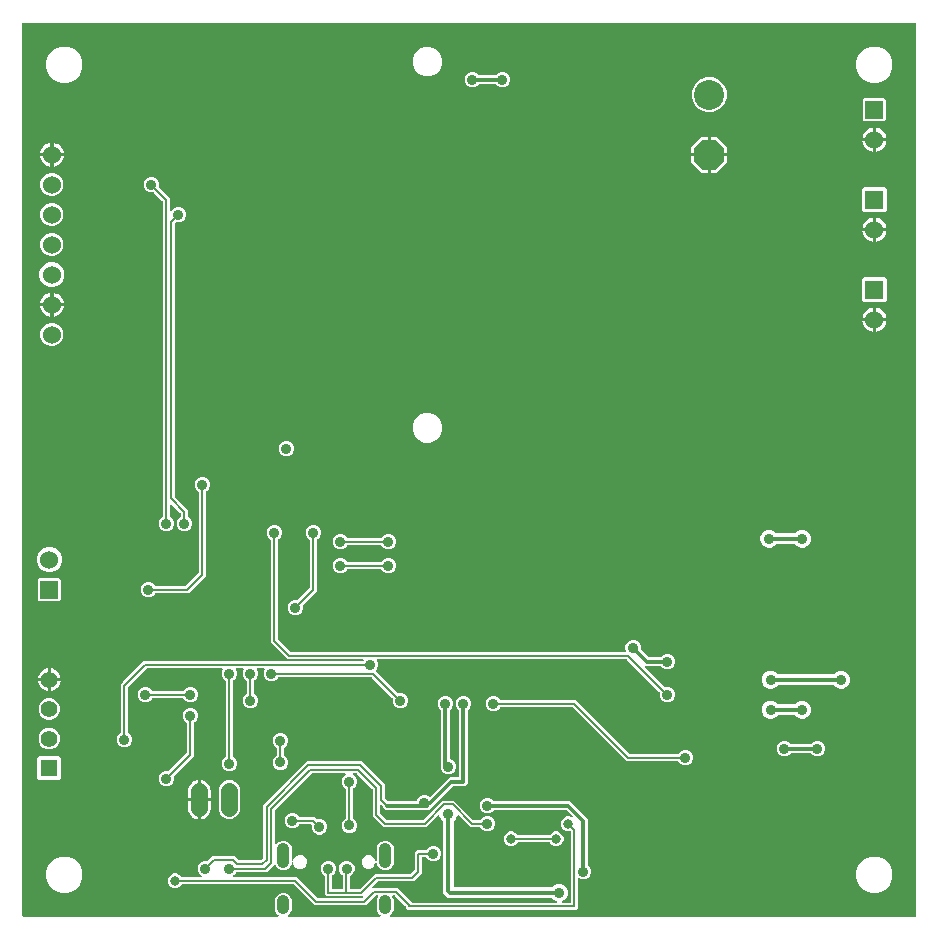
<source format=gbr>
G04 EAGLE Gerber RS-274X export*
G75*
%MOMM*%
%FSLAX34Y34*%
%LPD*%
%INBottom Copper*%
%IPPOS*%
%AMOC8*
5,1,8,0,0,1.08239X$1,22.5*%
G01*
%ADD10C,2.540000*%
%ADD11P,2.749271X8X292.500000*%
%ADD12R,1.418000X1.418000*%
%ADD13C,1.418000*%
%ADD14C,1.524000*%
%ADD15R,1.530000X1.530000*%
%ADD16C,1.530000*%
%ADD17C,1.422400*%
%ADD18C,1.000000*%
%ADD19C,0.914400*%
%ADD20C,0.203200*%
%ADD21C,0.812800*%
%ADD22C,0.304800*%

G36*
X218796Y2552D02*
X218796Y2552D01*
X218868Y2554D01*
X218917Y2572D01*
X218968Y2580D01*
X219032Y2614D01*
X219099Y2639D01*
X219140Y2671D01*
X219186Y2696D01*
X219235Y2748D01*
X219291Y2792D01*
X219319Y2836D01*
X219355Y2874D01*
X219385Y2939D01*
X219424Y2999D01*
X219437Y3050D01*
X219459Y3097D01*
X219467Y3168D01*
X219484Y3238D01*
X219480Y3290D01*
X219486Y3341D01*
X219471Y3412D01*
X219465Y3483D01*
X219445Y3531D01*
X219434Y3582D01*
X219397Y3643D01*
X219369Y3709D01*
X219324Y3765D01*
X219307Y3793D01*
X219290Y3808D01*
X219264Y3840D01*
X217538Y5566D01*
X216467Y8151D01*
X216467Y16949D01*
X217538Y19534D01*
X219516Y21512D01*
X222101Y22583D01*
X224899Y22583D01*
X227484Y21512D01*
X229462Y19534D01*
X230533Y16949D01*
X230533Y8151D01*
X229462Y5566D01*
X227736Y3840D01*
X227694Y3782D01*
X227645Y3730D01*
X227623Y3683D01*
X227593Y3641D01*
X227571Y3572D01*
X227541Y3507D01*
X227535Y3455D01*
X227520Y3405D01*
X227522Y3334D01*
X227514Y3263D01*
X227525Y3212D01*
X227527Y3160D01*
X227551Y3092D01*
X227566Y3022D01*
X227593Y2977D01*
X227611Y2929D01*
X227656Y2873D01*
X227693Y2811D01*
X227732Y2777D01*
X227765Y2737D01*
X227825Y2698D01*
X227879Y2651D01*
X227928Y2632D01*
X227972Y2604D01*
X228041Y2586D01*
X228108Y2559D01*
X228179Y2551D01*
X228210Y2543D01*
X228233Y2545D01*
X228274Y2541D01*
X305126Y2541D01*
X305196Y2552D01*
X305268Y2554D01*
X305317Y2572D01*
X305368Y2580D01*
X305432Y2614D01*
X305499Y2639D01*
X305540Y2671D01*
X305586Y2696D01*
X305635Y2748D01*
X305691Y2792D01*
X305719Y2836D01*
X305755Y2874D01*
X305785Y2939D01*
X305824Y2999D01*
X305837Y3050D01*
X305859Y3097D01*
X305867Y3168D01*
X305884Y3238D01*
X305880Y3290D01*
X305886Y3341D01*
X305871Y3412D01*
X305865Y3483D01*
X305845Y3531D01*
X305834Y3582D01*
X305797Y3643D01*
X305769Y3709D01*
X305724Y3765D01*
X305707Y3793D01*
X305690Y3808D01*
X305664Y3840D01*
X303938Y5566D01*
X302867Y8151D01*
X302867Y16949D01*
X303923Y19497D01*
X303933Y19541D01*
X303952Y19583D01*
X303961Y19660D01*
X303979Y19736D01*
X303974Y19782D01*
X303980Y19827D01*
X303963Y19904D01*
X303956Y19981D01*
X303937Y20023D01*
X303927Y20068D01*
X303887Y20135D01*
X303856Y20206D01*
X303825Y20240D01*
X303801Y20279D01*
X303742Y20330D01*
X303689Y20387D01*
X303649Y20409D01*
X303614Y20439D01*
X303542Y20468D01*
X303474Y20505D01*
X303429Y20514D01*
X303386Y20531D01*
X303250Y20546D01*
X303232Y20549D01*
X303227Y20548D01*
X303219Y20549D01*
X302036Y20549D01*
X301946Y20535D01*
X301855Y20527D01*
X301825Y20515D01*
X301793Y20510D01*
X301713Y20467D01*
X301629Y20431D01*
X301597Y20405D01*
X301576Y20394D01*
X301554Y20371D01*
X301498Y20326D01*
X293363Y12191D01*
X250197Y12191D01*
X232640Y29748D01*
X232566Y29801D01*
X232497Y29861D01*
X232467Y29873D01*
X232440Y29892D01*
X232353Y29919D01*
X232269Y29953D01*
X232228Y29957D01*
X232205Y29964D01*
X232173Y29963D01*
X232102Y29971D01*
X137925Y29971D01*
X137810Y29952D01*
X137694Y29935D01*
X137688Y29933D01*
X137682Y29932D01*
X137579Y29877D01*
X137475Y29824D01*
X137470Y29819D01*
X137465Y29816D01*
X137384Y29732D01*
X137302Y29648D01*
X137299Y29642D01*
X137295Y29638D01*
X137288Y29621D01*
X137268Y29586D01*
X135534Y27851D01*
X133293Y26923D01*
X130867Y26923D01*
X128626Y27851D01*
X126911Y29566D01*
X125983Y31807D01*
X125983Y34233D01*
X126911Y36474D01*
X128626Y38189D01*
X130867Y39117D01*
X133293Y39117D01*
X135534Y38189D01*
X137284Y36438D01*
X137343Y36339D01*
X137348Y36335D01*
X137351Y36330D01*
X137441Y36255D01*
X137530Y36179D01*
X137536Y36177D01*
X137540Y36173D01*
X137649Y36131D01*
X137758Y36087D01*
X137766Y36086D01*
X137770Y36085D01*
X137788Y36084D01*
X137925Y36069D01*
X153562Y36069D01*
X153658Y36084D01*
X153755Y36094D01*
X153779Y36104D01*
X153805Y36108D01*
X153891Y36154D01*
X153980Y36194D01*
X153999Y36211D01*
X154022Y36224D01*
X154089Y36294D01*
X154161Y36360D01*
X154174Y36383D01*
X154192Y36402D01*
X154233Y36490D01*
X154280Y36576D01*
X154284Y36601D01*
X154295Y36625D01*
X154306Y36722D01*
X154323Y36818D01*
X154319Y36844D01*
X154322Y36869D01*
X154302Y36965D01*
X154287Y37061D01*
X154276Y37084D01*
X154270Y37110D01*
X154220Y37194D01*
X154176Y37280D01*
X154157Y37299D01*
X154144Y37321D01*
X154070Y37384D01*
X154000Y37452D01*
X153972Y37468D01*
X153957Y37481D01*
X153926Y37493D01*
X153853Y37533D01*
X153739Y37581D01*
X151881Y39439D01*
X150875Y41866D01*
X150875Y44494D01*
X151881Y46921D01*
X153739Y48779D01*
X156166Y49785D01*
X158794Y49785D01*
X159016Y49693D01*
X159130Y49666D01*
X159243Y49637D01*
X159250Y49638D01*
X159256Y49636D01*
X159372Y49647D01*
X159489Y49656D01*
X159494Y49659D01*
X159501Y49659D01*
X159608Y49707D01*
X159715Y49753D01*
X159721Y49757D01*
X159725Y49759D01*
X159739Y49772D01*
X159846Y49858D01*
X161828Y51840D01*
X163837Y53849D01*
X182219Y53849D01*
X185552Y50516D01*
X185626Y50463D01*
X185696Y50403D01*
X185726Y50391D01*
X185752Y50372D01*
X185839Y50345D01*
X185924Y50311D01*
X185965Y50307D01*
X185987Y50300D01*
X186019Y50301D01*
X186090Y50293D01*
X204162Y50293D01*
X204252Y50307D01*
X204343Y50315D01*
X204373Y50327D01*
X204405Y50332D01*
X204485Y50375D01*
X204569Y50411D01*
X204601Y50437D01*
X204622Y50448D01*
X204644Y50471D01*
X204700Y50516D01*
X206024Y51840D01*
X206077Y51914D01*
X206137Y51983D01*
X206149Y52013D01*
X206168Y52040D01*
X206195Y52127D01*
X206229Y52211D01*
X206233Y52252D01*
X206240Y52275D01*
X206239Y52307D01*
X206247Y52378D01*
X206247Y96926D01*
X243434Y134113D01*
X289966Y134113D01*
X309373Y114706D01*
X309373Y103178D01*
X309387Y103088D01*
X309395Y102997D01*
X309407Y102967D01*
X309412Y102935D01*
X309455Y102855D01*
X309491Y102771D01*
X309517Y102739D01*
X309528Y102718D01*
X309551Y102696D01*
X309596Y102640D01*
X311936Y100300D01*
X312010Y100247D01*
X312079Y100187D01*
X312109Y100175D01*
X312136Y100156D01*
X312223Y100129D01*
X312307Y100095D01*
X312348Y100091D01*
X312371Y100084D01*
X312403Y100085D01*
X312474Y100077D01*
X335664Y100077D01*
X335778Y100096D01*
X335895Y100113D01*
X335900Y100115D01*
X335906Y100116D01*
X336009Y100171D01*
X336114Y100224D01*
X336118Y100229D01*
X336124Y100232D01*
X336204Y100316D01*
X336286Y100400D01*
X336290Y100406D01*
X336293Y100410D01*
X336301Y100427D01*
X336367Y100547D01*
X337301Y102801D01*
X339159Y104659D01*
X341586Y105665D01*
X344214Y105665D01*
X346641Y104659D01*
X347057Y104244D01*
X347073Y104232D01*
X347086Y104216D01*
X347173Y104160D01*
X347257Y104100D01*
X347276Y104094D01*
X347293Y104083D01*
X347393Y104058D01*
X347492Y104028D01*
X347512Y104028D01*
X347531Y104023D01*
X347634Y104031D01*
X347738Y104034D01*
X347756Y104041D01*
X347776Y104042D01*
X347871Y104083D01*
X347969Y104118D01*
X347984Y104131D01*
X348003Y104139D01*
X348134Y104244D01*
X364287Y120397D01*
X371602Y120397D01*
X371622Y120400D01*
X371641Y120398D01*
X371743Y120420D01*
X371845Y120436D01*
X371862Y120446D01*
X371882Y120450D01*
X371971Y120503D01*
X372062Y120552D01*
X372076Y120566D01*
X372093Y120576D01*
X372160Y120655D01*
X372232Y120730D01*
X372240Y120748D01*
X372253Y120763D01*
X372292Y120859D01*
X372335Y120953D01*
X372337Y120973D01*
X372345Y120991D01*
X372363Y121158D01*
X372363Y176781D01*
X372349Y176871D01*
X372341Y176962D01*
X372329Y176992D01*
X372324Y177024D01*
X372281Y177104D01*
X372245Y177188D01*
X372219Y177220D01*
X372208Y177241D01*
X372185Y177263D01*
X372140Y177319D01*
X370321Y179139D01*
X369315Y181566D01*
X369315Y184194D01*
X370321Y186621D01*
X372179Y188479D01*
X374606Y189485D01*
X377234Y189485D01*
X379661Y188479D01*
X381519Y186621D01*
X382525Y184194D01*
X382525Y181566D01*
X381519Y179139D01*
X379700Y177319D01*
X379647Y177245D01*
X379587Y177176D01*
X379575Y177146D01*
X379556Y177119D01*
X379529Y177032D01*
X379495Y176948D01*
X379491Y176907D01*
X379484Y176884D01*
X379485Y176852D01*
X379477Y176781D01*
X379477Y115367D01*
X377393Y113283D01*
X367549Y113283D01*
X367458Y113269D01*
X367368Y113261D01*
X367338Y113249D01*
X367306Y113244D01*
X367225Y113201D01*
X367141Y113165D01*
X367109Y113139D01*
X367088Y113128D01*
X367066Y113105D01*
X367010Y113060D01*
X349299Y95349D01*
X349298Y95348D01*
X349287Y95337D01*
X349284Y95334D01*
X349267Y95324D01*
X349223Y95272D01*
X349220Y95270D01*
X346913Y92963D01*
X345592Y92963D01*
X345527Y92953D01*
X345461Y92952D01*
X345381Y92929D01*
X345349Y92924D01*
X345332Y92914D01*
X345300Y92905D01*
X344214Y92455D01*
X341586Y92455D01*
X340500Y92905D01*
X340436Y92920D01*
X340375Y92945D01*
X340292Y92954D01*
X340260Y92961D01*
X340241Y92960D01*
X340208Y92963D01*
X309931Y92963D01*
X307847Y95047D01*
X307847Y95450D01*
X307833Y95540D01*
X307825Y95631D01*
X307813Y95661D01*
X307808Y95693D01*
X307765Y95773D01*
X307729Y95857D01*
X307703Y95889D01*
X307692Y95910D01*
X307669Y95932D01*
X307624Y95988D01*
X306608Y97004D01*
X306550Y97046D01*
X306498Y97095D01*
X306451Y97117D01*
X306409Y97148D01*
X306340Y97169D01*
X306275Y97199D01*
X306223Y97205D01*
X306173Y97220D01*
X306102Y97218D01*
X306031Y97226D01*
X305980Y97215D01*
X305928Y97214D01*
X305860Y97189D01*
X305790Y97174D01*
X305745Y97147D01*
X305697Y97129D01*
X305641Y97084D01*
X305579Y97048D01*
X305545Y97008D01*
X305505Y96976D01*
X305466Y96915D01*
X305419Y96861D01*
X305400Y96812D01*
X305372Y96769D01*
X305354Y96699D01*
X305327Y96633D01*
X305319Y96561D01*
X305311Y96530D01*
X305313Y96507D01*
X305309Y96466D01*
X305309Y90478D01*
X305323Y90388D01*
X305331Y90297D01*
X305343Y90267D01*
X305348Y90235D01*
X305391Y90155D01*
X305427Y90071D01*
X305453Y90039D01*
X305464Y90018D01*
X305487Y89996D01*
X305532Y89940D01*
X310920Y84552D01*
X310994Y84499D01*
X311063Y84439D01*
X311093Y84427D01*
X311120Y84408D01*
X311207Y84381D01*
X311291Y84347D01*
X311332Y84343D01*
X311355Y84336D01*
X311387Y84337D01*
X311458Y84329D01*
X341555Y84329D01*
X341645Y84343D01*
X341736Y84351D01*
X341765Y84363D01*
X341797Y84368D01*
X341878Y84411D01*
X341962Y84447D01*
X341994Y84473D01*
X342015Y84484D01*
X342037Y84507D01*
X342093Y84552D01*
X358380Y100839D01*
X368060Y100839D01*
X384347Y84552D01*
X384421Y84499D01*
X384490Y84439D01*
X384521Y84427D01*
X384547Y84408D01*
X384634Y84381D01*
X384719Y84347D01*
X384760Y84343D01*
X384782Y84336D01*
X384814Y84337D01*
X384885Y84329D01*
X389845Y84329D01*
X389960Y84348D01*
X390076Y84365D01*
X390082Y84367D01*
X390088Y84368D01*
X390190Y84423D01*
X390295Y84476D01*
X390300Y84481D01*
X390305Y84484D01*
X390385Y84568D01*
X390468Y84652D01*
X390471Y84658D01*
X390475Y84662D01*
X390483Y84679D01*
X390549Y84799D01*
X390641Y85021D01*
X392499Y86879D01*
X394926Y87885D01*
X397554Y87885D01*
X399981Y86879D01*
X401839Y85021D01*
X402845Y82594D01*
X402845Y79966D01*
X401839Y77539D01*
X399981Y75681D01*
X397554Y74675D01*
X394926Y74675D01*
X392499Y75681D01*
X390641Y77539D01*
X390549Y77761D01*
X390487Y77861D01*
X390427Y77961D01*
X390422Y77965D01*
X390419Y77970D01*
X390329Y78045D01*
X390240Y78121D01*
X390234Y78123D01*
X390229Y78127D01*
X390121Y78169D01*
X390012Y78213D01*
X390004Y78214D01*
X390000Y78215D01*
X389982Y78216D01*
X389845Y78231D01*
X382044Y78231D01*
X372140Y88135D01*
X372082Y88177D01*
X372030Y88227D01*
X371983Y88249D01*
X371941Y88279D01*
X371872Y88300D01*
X371807Y88330D01*
X371755Y88336D01*
X371705Y88351D01*
X371634Y88349D01*
X371563Y88357D01*
X371512Y88346D01*
X371460Y88345D01*
X371392Y88320D01*
X371322Y88305D01*
X371277Y88278D01*
X371229Y88260D01*
X371173Y88216D01*
X371111Y88179D01*
X371077Y88139D01*
X371037Y88107D01*
X370998Y88046D01*
X370951Y87992D01*
X370932Y87944D01*
X370904Y87900D01*
X370886Y87830D01*
X370859Y87764D01*
X370851Y87692D01*
X370843Y87661D01*
X370845Y87647D01*
X369681Y84837D01*
X368016Y83172D01*
X367963Y83098D01*
X367903Y83029D01*
X367891Y82999D01*
X367872Y82973D01*
X367845Y82886D01*
X367811Y82801D01*
X367807Y82760D01*
X367800Y82738D01*
X367801Y82705D01*
X367793Y82634D01*
X367793Y28194D01*
X367796Y28174D01*
X367794Y28155D01*
X367816Y28053D01*
X367832Y27951D01*
X367842Y27934D01*
X367846Y27914D01*
X367899Y27825D01*
X367948Y27734D01*
X367962Y27720D01*
X367972Y27703D01*
X368051Y27636D01*
X368126Y27564D01*
X368144Y27556D01*
X368159Y27543D01*
X368255Y27504D01*
X368349Y27461D01*
X368369Y27459D01*
X368387Y27451D01*
X368554Y27433D01*
X450680Y27433D01*
X450770Y27447D01*
X450861Y27455D01*
X450891Y27467D01*
X450923Y27472D01*
X451004Y27515D01*
X451087Y27551D01*
X451120Y27577D01*
X451140Y27588D01*
X451162Y27611D01*
X451218Y27656D01*
X452883Y29321D01*
X455684Y30481D01*
X458716Y30481D01*
X461517Y29321D01*
X463661Y27177D01*
X464821Y24376D01*
X464821Y21344D01*
X463661Y18543D01*
X461517Y16399D01*
X459802Y15689D01*
X459719Y15638D01*
X459633Y15592D01*
X459615Y15574D01*
X459593Y15560D01*
X459531Y15484D01*
X459464Y15414D01*
X459453Y15390D01*
X459436Y15370D01*
X459401Y15279D01*
X459360Y15191D01*
X459358Y15165D01*
X459348Y15141D01*
X459344Y15043D01*
X459333Y14947D01*
X459339Y14921D01*
X459338Y14895D01*
X459365Y14801D01*
X459386Y14706D01*
X459399Y14684D01*
X459406Y14659D01*
X459462Y14579D01*
X459512Y14495D01*
X459532Y14478D01*
X459547Y14457D01*
X459625Y14398D01*
X459699Y14335D01*
X459723Y14325D01*
X459744Y14310D01*
X459836Y14280D01*
X459927Y14243D01*
X459959Y14240D01*
X459978Y14234D01*
X460011Y14234D01*
X460094Y14225D01*
X466090Y14225D01*
X466110Y14228D01*
X466129Y14226D01*
X466231Y14248D01*
X466333Y14264D01*
X466350Y14274D01*
X466370Y14278D01*
X466459Y14331D01*
X466550Y14380D01*
X466564Y14394D01*
X466581Y14404D01*
X466648Y14483D01*
X466720Y14558D01*
X466728Y14576D01*
X466741Y14591D01*
X466780Y14687D01*
X466823Y14781D01*
X466825Y14801D01*
X466833Y14819D01*
X466851Y14986D01*
X466851Y74422D01*
X466848Y74442D01*
X466850Y74461D01*
X466828Y74563D01*
X466812Y74665D01*
X466802Y74682D01*
X466798Y74702D01*
X466745Y74791D01*
X466696Y74882D01*
X466682Y74896D01*
X466672Y74913D01*
X466593Y74980D01*
X466518Y75052D01*
X466500Y75060D01*
X466485Y75073D01*
X466389Y75112D01*
X466295Y75155D01*
X466275Y75157D01*
X466257Y75165D01*
X466090Y75183D01*
X463607Y75183D01*
X461366Y76111D01*
X459651Y77826D01*
X458723Y80067D01*
X458723Y82493D01*
X459651Y84734D01*
X461366Y86449D01*
X463607Y87377D01*
X466033Y87377D01*
X467449Y86790D01*
X467543Y86768D01*
X467636Y86739D01*
X467663Y86740D01*
X467688Y86734D01*
X467785Y86743D01*
X467882Y86746D01*
X467907Y86755D01*
X467933Y86757D01*
X468022Y86797D01*
X468113Y86830D01*
X468134Y86847D01*
X468158Y86857D01*
X468229Y86923D01*
X468305Y86984D01*
X468320Y87006D01*
X468339Y87024D01*
X468386Y87109D01*
X468438Y87191D01*
X468445Y87216D01*
X468457Y87239D01*
X468475Y87335D01*
X468498Y87429D01*
X468496Y87455D01*
X468501Y87481D01*
X468487Y87578D01*
X468479Y87675D01*
X468469Y87699D01*
X468465Y87724D01*
X468421Y87812D01*
X468383Y87901D01*
X468363Y87926D01*
X468354Y87944D01*
X468330Y87967D01*
X468278Y88032D01*
X463570Y92740D01*
X463496Y92793D01*
X463426Y92853D01*
X463396Y92865D01*
X463370Y92884D01*
X463283Y92911D01*
X463198Y92945D01*
X463157Y92949D01*
X463135Y92956D01*
X463103Y92955D01*
X463031Y92963D01*
X402339Y92963D01*
X402249Y92949D01*
X402158Y92941D01*
X402128Y92929D01*
X402096Y92924D01*
X402016Y92881D01*
X401932Y92845D01*
X401900Y92819D01*
X401879Y92808D01*
X401857Y92785D01*
X401801Y92740D01*
X399981Y90921D01*
X397554Y89915D01*
X394926Y89915D01*
X392499Y90921D01*
X390641Y92779D01*
X389635Y95206D01*
X389635Y97834D01*
X390641Y100261D01*
X392499Y102119D01*
X394926Y103125D01*
X397554Y103125D01*
X399981Y102119D01*
X401801Y100300D01*
X401875Y100247D01*
X401944Y100187D01*
X401974Y100175D01*
X402001Y100156D01*
X402088Y100129D01*
X402172Y100095D01*
X402213Y100091D01*
X402236Y100084D01*
X402268Y100085D01*
X402339Y100077D01*
X466293Y100077D01*
X481077Y85293D01*
X481077Y46739D01*
X481091Y46649D01*
X481099Y46558D01*
X481111Y46528D01*
X481116Y46496D01*
X481159Y46416D01*
X481195Y46332D01*
X481221Y46300D01*
X481232Y46279D01*
X481255Y46257D01*
X481300Y46201D01*
X483119Y44381D01*
X484125Y41954D01*
X484125Y39326D01*
X483119Y36899D01*
X481261Y35041D01*
X478834Y34035D01*
X476206Y34035D01*
X474001Y34949D01*
X473957Y34959D01*
X473915Y34978D01*
X473838Y34987D01*
X473762Y35005D01*
X473716Y35000D01*
X473671Y35006D01*
X473594Y34989D01*
X473517Y34982D01*
X473475Y34963D01*
X473430Y34953D01*
X473363Y34913D01*
X473292Y34882D01*
X473258Y34851D01*
X473219Y34827D01*
X473168Y34768D01*
X473111Y34715D01*
X473089Y34675D01*
X473059Y34640D01*
X473030Y34568D01*
X472993Y34500D01*
X472984Y34455D01*
X472967Y34412D01*
X472952Y34276D01*
X472949Y34258D01*
X472950Y34253D01*
X472949Y34245D01*
X472949Y9913D01*
X471163Y8127D01*
X328937Y8127D01*
X327151Y9913D01*
X327151Y11122D01*
X327137Y11212D01*
X327129Y11303D01*
X327117Y11333D01*
X327112Y11365D01*
X327069Y11445D01*
X327033Y11529D01*
X327007Y11561D01*
X326996Y11582D01*
X326973Y11604D01*
X326928Y11660D01*
X318262Y20326D01*
X318188Y20379D01*
X318119Y20439D01*
X318089Y20451D01*
X318062Y20470D01*
X317975Y20497D01*
X317891Y20531D01*
X317850Y20535D01*
X317827Y20542D01*
X317795Y20541D01*
X317724Y20549D01*
X316581Y20549D01*
X316535Y20542D01*
X316490Y20544D01*
X316415Y20522D01*
X316338Y20510D01*
X316297Y20488D01*
X316253Y20475D01*
X316189Y20431D01*
X316121Y20394D01*
X316089Y20361D01*
X316051Y20335D01*
X316005Y20272D01*
X315951Y20216D01*
X315932Y20174D01*
X315904Y20138D01*
X315880Y20064D01*
X315848Y19993D01*
X315843Y19947D01*
X315828Y19904D01*
X315829Y19826D01*
X315820Y19749D01*
X315830Y19704D01*
X315831Y19658D01*
X315869Y19526D01*
X315873Y19508D01*
X315875Y19504D01*
X315877Y19497D01*
X316933Y16949D01*
X316933Y8151D01*
X315862Y5566D01*
X314136Y3840D01*
X314094Y3782D01*
X314045Y3730D01*
X314023Y3683D01*
X313993Y3641D01*
X313971Y3572D01*
X313941Y3507D01*
X313935Y3455D01*
X313920Y3405D01*
X313922Y3334D01*
X313914Y3263D01*
X313925Y3212D01*
X313927Y3160D01*
X313951Y3092D01*
X313966Y3022D01*
X313993Y2977D01*
X314011Y2929D01*
X314056Y2873D01*
X314093Y2811D01*
X314132Y2777D01*
X314165Y2737D01*
X314225Y2698D01*
X314279Y2651D01*
X314328Y2632D01*
X314372Y2604D01*
X314441Y2586D01*
X314508Y2559D01*
X314579Y2551D01*
X314610Y2543D01*
X314633Y2545D01*
X314674Y2541D01*
X758698Y2541D01*
X758718Y2544D01*
X758737Y2542D01*
X758839Y2564D01*
X758941Y2580D01*
X758958Y2590D01*
X758978Y2594D01*
X759067Y2647D01*
X759158Y2696D01*
X759172Y2710D01*
X759189Y2720D01*
X759256Y2799D01*
X759328Y2874D01*
X759336Y2892D01*
X759349Y2907D01*
X759388Y3003D01*
X759431Y3097D01*
X759433Y3117D01*
X759441Y3135D01*
X759459Y3302D01*
X759459Y758698D01*
X759456Y758718D01*
X759458Y758737D01*
X759436Y758839D01*
X759420Y758941D01*
X759410Y758958D01*
X759406Y758978D01*
X759353Y759067D01*
X759304Y759158D01*
X759290Y759172D01*
X759280Y759189D01*
X759201Y759256D01*
X759126Y759328D01*
X759108Y759336D01*
X759093Y759349D01*
X758997Y759388D01*
X758903Y759431D01*
X758883Y759433D01*
X758865Y759441D01*
X758698Y759459D01*
X3302Y759459D01*
X3282Y759456D01*
X3263Y759458D01*
X3161Y759436D01*
X3059Y759420D01*
X3042Y759410D01*
X3022Y759406D01*
X2933Y759353D01*
X2842Y759304D01*
X2828Y759290D01*
X2811Y759280D01*
X2744Y759201D01*
X2672Y759126D01*
X2664Y759108D01*
X2651Y759093D01*
X2612Y758997D01*
X2569Y758903D01*
X2567Y758883D01*
X2559Y758865D01*
X2541Y758698D01*
X2541Y3302D01*
X2544Y3282D01*
X2542Y3263D01*
X2564Y3161D01*
X2580Y3059D01*
X2590Y3042D01*
X2594Y3022D01*
X2647Y2933D01*
X2696Y2842D01*
X2710Y2828D01*
X2720Y2811D01*
X2799Y2744D01*
X2874Y2672D01*
X2892Y2664D01*
X2907Y2651D01*
X3003Y2612D01*
X3097Y2569D01*
X3117Y2567D01*
X3135Y2559D01*
X3302Y2541D01*
X218726Y2541D01*
X218796Y2552D01*
G37*
G36*
X454403Y14240D02*
X454403Y14240D01*
X454499Y14250D01*
X454523Y14260D01*
X454549Y14264D01*
X454635Y14310D01*
X454724Y14350D01*
X454743Y14367D01*
X454767Y14380D01*
X454834Y14450D01*
X454905Y14516D01*
X454918Y14539D01*
X454936Y14558D01*
X454977Y14646D01*
X455024Y14732D01*
X455029Y14757D01*
X455040Y14781D01*
X455050Y14878D01*
X455068Y14974D01*
X455064Y15000D01*
X455067Y15025D01*
X455046Y15121D01*
X455032Y15217D01*
X455020Y15240D01*
X455014Y15266D01*
X454964Y15349D01*
X454920Y15436D01*
X454902Y15455D01*
X454888Y15477D01*
X454814Y15540D01*
X454745Y15608D01*
X454716Y15624D01*
X454701Y15637D01*
X454671Y15649D01*
X454598Y15689D01*
X452883Y16399D01*
X451218Y18064D01*
X451144Y18117D01*
X451075Y18177D01*
X451045Y18189D01*
X451019Y18208D01*
X450932Y18235D01*
X450847Y18269D01*
X450806Y18273D01*
X450784Y18280D01*
X450751Y18279D01*
X450680Y18287D01*
X362886Y18287D01*
X358647Y22526D01*
X358647Y82634D01*
X358633Y82724D01*
X358625Y82815D01*
X358613Y82845D01*
X358608Y82877D01*
X358565Y82958D01*
X358529Y83041D01*
X358503Y83074D01*
X358492Y83094D01*
X358469Y83116D01*
X358424Y83172D01*
X356759Y84837D01*
X355588Y87665D01*
X355588Y87668D01*
X355586Y87740D01*
X355568Y87788D01*
X355560Y87840D01*
X355526Y87903D01*
X355501Y87971D01*
X355469Y88011D01*
X355444Y88057D01*
X355392Y88107D01*
X355348Y88163D01*
X355304Y88191D01*
X355266Y88227D01*
X355201Y88257D01*
X355141Y88296D01*
X355090Y88308D01*
X355043Y88330D01*
X354972Y88338D01*
X354902Y88356D01*
X354850Y88352D01*
X354799Y88357D01*
X354728Y88342D01*
X354657Y88336D01*
X354609Y88316D01*
X354558Y88305D01*
X354497Y88268D01*
X354431Y88240D01*
X354375Y88195D01*
X354347Y88179D01*
X354332Y88161D01*
X354300Y88135D01*
X344396Y78231D01*
X308617Y78231D01*
X306608Y80240D01*
X299211Y87637D01*
X299211Y110182D01*
X299197Y110272D01*
X299189Y110363D01*
X299177Y110393D01*
X299172Y110425D01*
X299129Y110505D01*
X299093Y110589D01*
X299067Y110621D01*
X299056Y110642D01*
X299033Y110664D01*
X298988Y110720D01*
X285980Y123728D01*
X285906Y123781D01*
X285837Y123841D01*
X285807Y123853D01*
X285780Y123872D01*
X285693Y123899D01*
X285609Y123933D01*
X285568Y123937D01*
X285545Y123944D01*
X285513Y123943D01*
X285442Y123951D01*
X283318Y123951D01*
X283222Y123936D01*
X283125Y123926D01*
X283101Y123916D01*
X283075Y123912D01*
X282989Y123866D01*
X282900Y123826D01*
X282881Y123809D01*
X282858Y123796D01*
X282791Y123726D01*
X282719Y123660D01*
X282706Y123637D01*
X282688Y123618D01*
X282647Y123530D01*
X282600Y123444D01*
X282596Y123419D01*
X282585Y123395D01*
X282574Y123298D01*
X282557Y123202D01*
X282561Y123176D01*
X282558Y123151D01*
X282578Y123055D01*
X282593Y122959D01*
X282604Y122936D01*
X282610Y122910D01*
X282660Y122826D01*
X282704Y122740D01*
X282723Y122721D01*
X282736Y122699D01*
X282810Y122636D01*
X282880Y122568D01*
X282908Y122552D01*
X282923Y122539D01*
X282954Y122527D01*
X283027Y122487D01*
X283141Y122439D01*
X284999Y120581D01*
X286005Y118154D01*
X286005Y115526D01*
X284999Y113099D01*
X283141Y111241D01*
X282919Y111149D01*
X282819Y111087D01*
X282719Y111027D01*
X282715Y111022D01*
X282710Y111019D01*
X282635Y110929D01*
X282559Y110840D01*
X282557Y110834D01*
X282553Y110829D01*
X282511Y110720D01*
X282467Y110612D01*
X282466Y110604D01*
X282465Y110600D01*
X282464Y110582D01*
X282449Y110445D01*
X282449Y86151D01*
X282468Y86036D01*
X282485Y85920D01*
X282487Y85914D01*
X282488Y85908D01*
X282543Y85805D01*
X282596Y85701D01*
X282601Y85696D01*
X282604Y85691D01*
X282688Y85610D01*
X282772Y85528D01*
X282778Y85525D01*
X282782Y85521D01*
X282799Y85513D01*
X282919Y85447D01*
X283141Y85355D01*
X284999Y83497D01*
X286005Y81070D01*
X286005Y78442D01*
X284999Y76015D01*
X283141Y74157D01*
X280714Y73151D01*
X278086Y73151D01*
X275659Y74157D01*
X273801Y76015D01*
X272795Y78442D01*
X272795Y81070D01*
X273801Y83497D01*
X275659Y85355D01*
X275881Y85447D01*
X275981Y85509D01*
X276081Y85569D01*
X276085Y85574D01*
X276090Y85577D01*
X276165Y85667D01*
X276241Y85756D01*
X276243Y85762D01*
X276247Y85767D01*
X276289Y85875D01*
X276333Y85984D01*
X276334Y85992D01*
X276335Y85996D01*
X276336Y86014D01*
X276351Y86151D01*
X276351Y110445D01*
X276332Y110560D01*
X276315Y110676D01*
X276313Y110682D01*
X276312Y110688D01*
X276257Y110790D01*
X276204Y110895D01*
X276199Y110900D01*
X276196Y110905D01*
X276112Y110986D01*
X276028Y111068D01*
X276022Y111071D01*
X276018Y111075D01*
X276001Y111083D01*
X275881Y111149D01*
X275659Y111241D01*
X273801Y113099D01*
X272795Y115526D01*
X272795Y118154D01*
X273801Y120581D01*
X275659Y122439D01*
X275773Y122487D01*
X275856Y122538D01*
X275942Y122584D01*
X275960Y122602D01*
X275982Y122616D01*
X276045Y122691D01*
X276112Y122762D01*
X276123Y122786D01*
X276139Y122806D01*
X276174Y122897D01*
X276215Y122985D01*
X276218Y123011D01*
X276227Y123035D01*
X276232Y123133D01*
X276242Y123229D01*
X276237Y123255D01*
X276238Y123281D01*
X276211Y123374D01*
X276190Y123470D01*
X276177Y123492D01*
X276169Y123517D01*
X276114Y123597D01*
X276064Y123681D01*
X276044Y123698D01*
X276029Y123719D01*
X275951Y123777D01*
X275877Y123841D01*
X275853Y123851D01*
X275832Y123866D01*
X275739Y123896D01*
X275649Y123933D01*
X275616Y123936D01*
X275598Y123942D01*
X275565Y123942D01*
X275482Y123951D01*
X247958Y123951D01*
X247868Y123937D01*
X247777Y123929D01*
X247747Y123917D01*
X247715Y123912D01*
X247635Y123869D01*
X247551Y123833D01*
X247519Y123807D01*
X247498Y123796D01*
X247476Y123773D01*
X247420Y123728D01*
X216632Y92940D01*
X216579Y92866D01*
X216519Y92797D01*
X216507Y92767D01*
X216488Y92740D01*
X216461Y92653D01*
X216427Y92569D01*
X216423Y92528D01*
X216416Y92505D01*
X216417Y92473D01*
X216409Y92402D01*
X216409Y64542D01*
X216420Y64472D01*
X216422Y64400D01*
X216440Y64351D01*
X216448Y64300D01*
X216482Y64236D01*
X216507Y64169D01*
X216539Y64128D01*
X216564Y64082D01*
X216616Y64033D01*
X216660Y63977D01*
X216704Y63949D01*
X216742Y63913D01*
X216807Y63883D01*
X216867Y63844D01*
X216918Y63831D01*
X216965Y63809D01*
X217036Y63801D01*
X217106Y63784D01*
X217158Y63788D01*
X217209Y63782D01*
X217280Y63797D01*
X217351Y63803D01*
X217399Y63823D01*
X217450Y63834D01*
X217511Y63871D01*
X217577Y63899D01*
X217633Y63944D01*
X217661Y63961D01*
X217676Y63978D01*
X217708Y64004D01*
X219516Y65812D01*
X222101Y66883D01*
X224899Y66883D01*
X227484Y65812D01*
X229462Y63834D01*
X230533Y61249D01*
X230533Y50464D01*
X230548Y50368D01*
X230558Y50271D01*
X230568Y50247D01*
X230572Y50221D01*
X230618Y50136D01*
X230658Y50046D01*
X230675Y50027D01*
X230688Y50004D01*
X230758Y49937D01*
X230824Y49865D01*
X230847Y49853D01*
X230866Y49835D01*
X230954Y49794D01*
X231040Y49747D01*
X231065Y49742D01*
X231089Y49731D01*
X231186Y49720D01*
X231282Y49703D01*
X231308Y49707D01*
X231333Y49704D01*
X231429Y49725D01*
X231525Y49739D01*
X231548Y49751D01*
X231574Y49756D01*
X231657Y49806D01*
X231744Y49850D01*
X231763Y49869D01*
X231785Y49882D01*
X231848Y49956D01*
X231916Y50026D01*
X231932Y50055D01*
X231945Y50069D01*
X231957Y50100D01*
X231997Y50173D01*
X232891Y52330D01*
X234520Y53959D01*
X236648Y54841D01*
X238952Y54841D01*
X241080Y53959D01*
X242709Y52330D01*
X243591Y50202D01*
X243591Y47898D01*
X242709Y45770D01*
X241080Y44141D01*
X238952Y43259D01*
X236648Y43259D01*
X234520Y44141D01*
X232891Y45770D01*
X231997Y47927D01*
X231946Y48010D01*
X231900Y48096D01*
X231882Y48114D01*
X231868Y48136D01*
X231792Y48198D01*
X231722Y48265D01*
X231698Y48276D01*
X231678Y48293D01*
X231587Y48328D01*
X231499Y48369D01*
X231473Y48372D01*
X231449Y48381D01*
X231351Y48385D01*
X231255Y48396D01*
X231229Y48390D01*
X231203Y48392D01*
X231109Y48364D01*
X231014Y48344D01*
X230992Y48330D01*
X230967Y48323D01*
X230887Y48268D01*
X230803Y48218D01*
X230786Y48198D01*
X230765Y48183D01*
X230706Y48105D01*
X230643Y48031D01*
X230633Y48006D01*
X230618Y47985D01*
X230588Y47893D01*
X230551Y47802D01*
X230548Y47770D01*
X230542Y47752D01*
X230542Y47718D01*
X230533Y47636D01*
X230533Y47451D01*
X229462Y44866D01*
X227484Y42888D01*
X224899Y41817D01*
X222101Y41817D01*
X219516Y42888D01*
X217538Y44866D01*
X217019Y46119D01*
X216995Y46158D01*
X216979Y46201D01*
X216931Y46262D01*
X216889Y46328D01*
X216854Y46357D01*
X216825Y46393D01*
X216760Y46435D01*
X216700Y46485D01*
X216657Y46501D01*
X216619Y46526D01*
X216543Y46545D01*
X216470Y46573D01*
X216425Y46575D01*
X216380Y46586D01*
X216302Y46580D01*
X216225Y46583D01*
X216180Y46571D01*
X216135Y46567D01*
X216063Y46537D01*
X215988Y46515D01*
X215951Y46489D01*
X215908Y46471D01*
X215802Y46385D01*
X215786Y46375D01*
X215783Y46371D01*
X215777Y46366D01*
X214400Y44988D01*
X209543Y40131D01*
X184195Y40131D01*
X184080Y40112D01*
X183964Y40095D01*
X183958Y40093D01*
X183952Y40092D01*
X183850Y40037D01*
X183745Y39984D01*
X183740Y39979D01*
X183735Y39976D01*
X183654Y39892D01*
X183572Y39808D01*
X183569Y39802D01*
X183565Y39798D01*
X183557Y39781D01*
X183491Y39661D01*
X183399Y39439D01*
X181541Y37581D01*
X181427Y37533D01*
X181344Y37482D01*
X181258Y37436D01*
X181240Y37417D01*
X181218Y37404D01*
X181155Y37329D01*
X181088Y37258D01*
X181077Y37234D01*
X181061Y37214D01*
X181026Y37123D01*
X180985Y37035D01*
X180982Y37009D01*
X180973Y36985D01*
X180968Y36887D01*
X180958Y36791D01*
X180963Y36765D01*
X180962Y36739D01*
X180989Y36645D01*
X181010Y36550D01*
X181023Y36528D01*
X181031Y36503D01*
X181086Y36423D01*
X181136Y36339D01*
X181156Y36322D01*
X181171Y36301D01*
X181249Y36242D01*
X181323Y36179D01*
X181347Y36169D01*
X181368Y36154D01*
X181461Y36124D01*
X181551Y36087D01*
X181584Y36084D01*
X181602Y36078D01*
X181635Y36078D01*
X181718Y36069D01*
X234943Y36069D01*
X252500Y18512D01*
X252574Y18459D01*
X252643Y18399D01*
X252673Y18387D01*
X252700Y18368D01*
X252787Y18341D01*
X252871Y18307D01*
X252912Y18303D01*
X252935Y18296D01*
X252967Y18297D01*
X253038Y18289D01*
X290522Y18289D01*
X290613Y18304D01*
X290705Y18311D01*
X290742Y18325D01*
X290765Y18328D01*
X290765Y18329D01*
X290793Y18344D01*
X290862Y18369D01*
X290920Y18411D01*
X290982Y18444D01*
X291019Y18482D01*
X291062Y18513D01*
X291103Y18571D01*
X291151Y18622D01*
X291174Y18670D01*
X291205Y18713D01*
X291225Y18781D01*
X291255Y18845D01*
X291261Y18898D01*
X291276Y18949D01*
X291274Y19019D01*
X291282Y19089D01*
X291271Y19141D01*
X291269Y19195D01*
X291245Y19261D01*
X291230Y19330D01*
X291203Y19375D01*
X291184Y19425D01*
X291140Y19480D01*
X291104Y19541D01*
X291063Y19575D01*
X291030Y19617D01*
X290970Y19655D01*
X290917Y19701D01*
X290867Y19721D01*
X290823Y19749D01*
X290754Y19766D01*
X290689Y19793D01*
X290616Y19801D01*
X290584Y19809D01*
X290561Y19807D01*
X290522Y19811D01*
X260357Y19811D01*
X258571Y21597D01*
X258571Y36785D01*
X258552Y36900D01*
X258535Y37016D01*
X258533Y37022D01*
X258532Y37028D01*
X258477Y37130D01*
X258424Y37235D01*
X258419Y37240D01*
X258416Y37245D01*
X258332Y37326D01*
X258248Y37408D01*
X258242Y37411D01*
X258238Y37415D01*
X258221Y37423D01*
X258179Y37446D01*
X258177Y37448D01*
X258172Y37450D01*
X258101Y37489D01*
X257879Y37581D01*
X256021Y39439D01*
X255015Y41866D01*
X255015Y44494D01*
X256021Y46921D01*
X257879Y48779D01*
X260306Y49785D01*
X262934Y49785D01*
X265361Y48779D01*
X267219Y46921D01*
X268225Y44494D01*
X268225Y41866D01*
X267219Y39439D01*
X265361Y37581D01*
X265139Y37489D01*
X265039Y37427D01*
X265014Y37412D01*
X264998Y37403D01*
X264996Y37401D01*
X264939Y37367D01*
X264935Y37362D01*
X264930Y37359D01*
X264855Y37269D01*
X264779Y37180D01*
X264777Y37174D01*
X264773Y37169D01*
X264731Y37061D01*
X264687Y36952D01*
X264686Y36944D01*
X264685Y36940D01*
X264684Y36922D01*
X264669Y36785D01*
X264669Y26670D01*
X264672Y26650D01*
X264670Y26631D01*
X264692Y26529D01*
X264708Y26427D01*
X264718Y26410D01*
X264722Y26390D01*
X264775Y26301D01*
X264824Y26210D01*
X264838Y26196D01*
X264848Y26179D01*
X264927Y26112D01*
X265002Y26040D01*
X265020Y26032D01*
X265035Y26019D01*
X265131Y25980D01*
X265225Y25937D01*
X265245Y25935D01*
X265263Y25927D01*
X265430Y25909D01*
X273050Y25909D01*
X273070Y25912D01*
X273089Y25910D01*
X273191Y25932D01*
X273293Y25948D01*
X273310Y25958D01*
X273330Y25962D01*
X273419Y26015D01*
X273510Y26064D01*
X273524Y26078D01*
X273541Y26088D01*
X273608Y26167D01*
X273680Y26242D01*
X273688Y26260D01*
X273701Y26275D01*
X273740Y26371D01*
X273783Y26465D01*
X273785Y26485D01*
X273793Y26503D01*
X273811Y26670D01*
X273811Y36985D01*
X273797Y37075D01*
X273789Y37166D01*
X273777Y37196D01*
X273772Y37228D01*
X273729Y37308D01*
X273693Y37392D01*
X273667Y37424D01*
X273656Y37445D01*
X273633Y37467D01*
X273588Y37523D01*
X271673Y39439D01*
X270667Y41866D01*
X270667Y44494D01*
X271673Y46921D01*
X273531Y48779D01*
X275958Y49785D01*
X278586Y49785D01*
X281013Y48779D01*
X282871Y46921D01*
X283877Y44494D01*
X283877Y41866D01*
X282871Y39439D01*
X281013Y37581D01*
X280379Y37318D01*
X280279Y37256D01*
X280179Y37196D01*
X280175Y37192D01*
X280170Y37188D01*
X280095Y37098D01*
X280019Y37009D01*
X280017Y37004D01*
X280013Y36999D01*
X279971Y36890D01*
X279927Y36781D01*
X279926Y36774D01*
X279925Y36769D01*
X279924Y36751D01*
X279909Y36615D01*
X279909Y26670D01*
X279912Y26650D01*
X279910Y26631D01*
X279932Y26529D01*
X279948Y26427D01*
X279958Y26410D01*
X279962Y26390D01*
X280015Y26301D01*
X280064Y26210D01*
X280078Y26196D01*
X280088Y26179D01*
X280167Y26112D01*
X280242Y26040D01*
X280260Y26032D01*
X280275Y26019D01*
X280371Y25980D01*
X280465Y25937D01*
X280485Y25935D01*
X280503Y25927D01*
X280670Y25909D01*
X287982Y25909D01*
X288072Y25923D01*
X288163Y25931D01*
X288193Y25943D01*
X288225Y25948D01*
X288305Y25991D01*
X288389Y26027D01*
X288421Y26053D01*
X288442Y26064D01*
X288464Y26087D01*
X288520Y26132D01*
X300997Y38609D01*
X331162Y38609D01*
X331252Y38623D01*
X331343Y38631D01*
X331373Y38643D01*
X331405Y38648D01*
X331485Y38691D01*
X331569Y38727D01*
X331601Y38753D01*
X331622Y38764D01*
X331644Y38787D01*
X331700Y38832D01*
X334548Y41680D01*
X334601Y41754D01*
X334661Y41823D01*
X334673Y41853D01*
X334692Y41880D01*
X334719Y41967D01*
X334753Y42051D01*
X334757Y42092D01*
X334764Y42115D01*
X334763Y42147D01*
X334771Y42218D01*
X334771Y57143D01*
X336557Y58929D01*
X344125Y58929D01*
X344240Y58948D01*
X344356Y58965D01*
X344362Y58967D01*
X344368Y58968D01*
X344470Y59023D01*
X344575Y59076D01*
X344580Y59081D01*
X344585Y59084D01*
X344666Y59168D01*
X344748Y59252D01*
X344751Y59258D01*
X344755Y59262D01*
X344763Y59279D01*
X344829Y59399D01*
X344921Y59621D01*
X346779Y61479D01*
X349206Y62485D01*
X351834Y62485D01*
X354261Y61479D01*
X356119Y59621D01*
X357125Y57194D01*
X357125Y54566D01*
X356119Y52139D01*
X354261Y50281D01*
X351834Y49275D01*
X349206Y49275D01*
X346779Y50281D01*
X344921Y52139D01*
X344829Y52361D01*
X344767Y52461D01*
X344707Y52561D01*
X344702Y52565D01*
X344699Y52570D01*
X344609Y52645D01*
X344520Y52721D01*
X344514Y52723D01*
X344509Y52727D01*
X344401Y52769D01*
X344292Y52813D01*
X344284Y52814D01*
X344280Y52815D01*
X344262Y52816D01*
X344125Y52831D01*
X341630Y52831D01*
X341610Y52828D01*
X341591Y52830D01*
X341489Y52808D01*
X341387Y52792D01*
X341370Y52782D01*
X341350Y52778D01*
X341261Y52725D01*
X341170Y52676D01*
X341156Y52662D01*
X341139Y52652D01*
X341072Y52573D01*
X341000Y52498D01*
X340992Y52480D01*
X340979Y52465D01*
X340940Y52369D01*
X340897Y52275D01*
X340895Y52255D01*
X340887Y52237D01*
X340869Y52070D01*
X340869Y39377D01*
X334003Y32511D01*
X303838Y32511D01*
X303748Y32497D01*
X303657Y32489D01*
X303627Y32477D01*
X303595Y32472D01*
X303515Y32429D01*
X303431Y32393D01*
X303399Y32367D01*
X303378Y32356D01*
X303356Y32333D01*
X303300Y32288D01*
X298958Y27946D01*
X298916Y27888D01*
X298867Y27836D01*
X298845Y27789D01*
X298814Y27747D01*
X298793Y27678D01*
X298763Y27613D01*
X298757Y27561D01*
X298742Y27511D01*
X298744Y27440D01*
X298736Y27369D01*
X298747Y27318D01*
X298748Y27266D01*
X298773Y27198D01*
X298788Y27128D01*
X298815Y27083D01*
X298833Y27035D01*
X298878Y26979D01*
X298914Y26917D01*
X298954Y26883D01*
X298986Y26843D01*
X299047Y26804D01*
X299101Y26757D01*
X299150Y26738D01*
X299193Y26710D01*
X299263Y26692D01*
X299329Y26665D01*
X299401Y26657D01*
X299432Y26649D01*
X299455Y26651D01*
X299496Y26647D01*
X320565Y26647D01*
X332764Y14448D01*
X332838Y14395D01*
X332907Y14335D01*
X332937Y14323D01*
X332964Y14304D01*
X333051Y14277D01*
X333135Y14243D01*
X333176Y14239D01*
X333199Y14232D01*
X333231Y14233D01*
X333302Y14225D01*
X454306Y14225D01*
X454403Y14240D01*
G37*
%LPC*%
G36*
X176486Y125475D02*
X176486Y125475D01*
X174059Y126481D01*
X172201Y128339D01*
X171195Y130766D01*
X171195Y133394D01*
X172201Y135821D01*
X174059Y137679D01*
X174281Y137771D01*
X174381Y137833D01*
X174481Y137893D01*
X174485Y137898D01*
X174490Y137901D01*
X174565Y137991D01*
X174641Y138080D01*
X174643Y138086D01*
X174647Y138091D01*
X174689Y138199D01*
X174733Y138308D01*
X174734Y138316D01*
X174735Y138320D01*
X174736Y138338D01*
X174751Y138475D01*
X174751Y201885D01*
X174732Y202000D01*
X174715Y202116D01*
X174713Y202122D01*
X174712Y202128D01*
X174657Y202230D01*
X174604Y202335D01*
X174599Y202340D01*
X174596Y202345D01*
X174512Y202426D01*
X174428Y202508D01*
X174422Y202511D01*
X174418Y202515D01*
X174401Y202523D01*
X174281Y202589D01*
X174059Y202681D01*
X172201Y204539D01*
X171195Y206966D01*
X171195Y209594D01*
X172109Y211799D01*
X172119Y211843D01*
X172138Y211885D01*
X172147Y211962D01*
X172165Y212038D01*
X172160Y212084D01*
X172166Y212129D01*
X172149Y212206D01*
X172142Y212283D01*
X172123Y212325D01*
X172113Y212370D01*
X172073Y212437D01*
X172042Y212508D01*
X172011Y212542D01*
X171987Y212581D01*
X171928Y212632D01*
X171875Y212689D01*
X171835Y212711D01*
X171800Y212741D01*
X171728Y212770D01*
X171660Y212807D01*
X171615Y212816D01*
X171572Y212833D01*
X171436Y212848D01*
X171418Y212851D01*
X171413Y212850D01*
X171405Y212851D01*
X108258Y212851D01*
X108168Y212837D01*
X108077Y212829D01*
X108047Y212817D01*
X108015Y212812D01*
X107935Y212769D01*
X107851Y212733D01*
X107819Y212707D01*
X107798Y212696D01*
X107776Y212673D01*
X107720Y212628D01*
X92172Y197080D01*
X92119Y197006D01*
X92059Y196937D01*
X92047Y196907D01*
X92028Y196880D01*
X92001Y196793D01*
X91967Y196709D01*
X91963Y196668D01*
X91956Y196645D01*
X91957Y196613D01*
X91949Y196542D01*
X91949Y158795D01*
X91968Y158680D01*
X91985Y158564D01*
X91987Y158558D01*
X91988Y158552D01*
X92043Y158450D01*
X92096Y158345D01*
X92101Y158340D01*
X92104Y158335D01*
X92188Y158254D01*
X92272Y158172D01*
X92278Y158169D01*
X92282Y158165D01*
X92299Y158157D01*
X92419Y158091D01*
X92641Y157999D01*
X94499Y156141D01*
X95505Y153714D01*
X95505Y151086D01*
X94499Y148659D01*
X92641Y146801D01*
X90214Y145795D01*
X87586Y145795D01*
X85159Y146801D01*
X83301Y148659D01*
X82295Y151086D01*
X82295Y153714D01*
X83301Y156141D01*
X85159Y157999D01*
X85381Y158091D01*
X85481Y158153D01*
X85581Y158213D01*
X85585Y158218D01*
X85590Y158221D01*
X85664Y158310D01*
X85741Y158400D01*
X85743Y158406D01*
X85747Y158411D01*
X85789Y158519D01*
X85833Y158628D01*
X85834Y158636D01*
X85835Y158640D01*
X85836Y158658D01*
X85851Y158795D01*
X85851Y199383D01*
X87860Y201392D01*
X103408Y216940D01*
X105417Y218949D01*
X290785Y218949D01*
X290875Y218963D01*
X290966Y218971D01*
X290996Y218983D01*
X291028Y218988D01*
X291109Y219031D01*
X291193Y219067D01*
X291225Y219093D01*
X291245Y219104D01*
X291268Y219127D01*
X291324Y219172D01*
X291365Y219230D01*
X291415Y219282D01*
X291437Y219329D01*
X291467Y219371D01*
X291488Y219440D01*
X291518Y219505D01*
X291524Y219557D01*
X291539Y219607D01*
X291538Y219678D01*
X291546Y219749D01*
X291534Y219800D01*
X291533Y219852D01*
X291508Y219920D01*
X291493Y219990D01*
X291467Y220034D01*
X291449Y220083D01*
X291404Y220139D01*
X291367Y220201D01*
X291328Y220235D01*
X291295Y220275D01*
X291235Y220314D01*
X291180Y220361D01*
X291132Y220380D01*
X291088Y220408D01*
X291019Y220426D01*
X290952Y220453D01*
X290881Y220461D01*
X290850Y220469D01*
X290826Y220467D01*
X290785Y220471D01*
X227337Y220471D01*
X212851Y234957D01*
X212851Y321265D01*
X212832Y321380D01*
X212815Y321496D01*
X212813Y321502D01*
X212812Y321508D01*
X212757Y321610D01*
X212704Y321715D01*
X212699Y321720D01*
X212696Y321725D01*
X212612Y321806D01*
X212528Y321888D01*
X212522Y321891D01*
X212518Y321895D01*
X212501Y321903D01*
X212381Y321969D01*
X212159Y322061D01*
X210301Y323919D01*
X209295Y326346D01*
X209295Y328974D01*
X210301Y331401D01*
X212159Y333259D01*
X214586Y334265D01*
X217214Y334265D01*
X219641Y333259D01*
X221499Y331401D01*
X222505Y328974D01*
X222505Y326346D01*
X221499Y323919D01*
X219641Y322061D01*
X219419Y321969D01*
X219319Y321907D01*
X219219Y321847D01*
X219215Y321842D01*
X219210Y321839D01*
X219135Y321749D01*
X219059Y321660D01*
X219057Y321654D01*
X219053Y321649D01*
X219011Y321541D01*
X218967Y321432D01*
X218966Y321424D01*
X218965Y321420D01*
X218964Y321402D01*
X218949Y321265D01*
X218949Y237798D01*
X218963Y237708D01*
X218971Y237617D01*
X218983Y237587D01*
X218988Y237555D01*
X219031Y237475D01*
X219067Y237391D01*
X219093Y237359D01*
X219104Y237338D01*
X219127Y237316D01*
X219172Y237260D01*
X229640Y226792D01*
X229714Y226739D01*
X229783Y226679D01*
X229813Y226667D01*
X229840Y226648D01*
X229927Y226621D01*
X230011Y226587D01*
X230052Y226583D01*
X230075Y226576D01*
X230107Y226577D01*
X230178Y226569D01*
X512945Y226569D01*
X512990Y226576D01*
X513036Y226574D01*
X513111Y226596D01*
X513188Y226608D01*
X513228Y226630D01*
X513272Y226643D01*
X513336Y226687D01*
X513405Y226724D01*
X513437Y226757D01*
X513474Y226783D01*
X513521Y226845D01*
X513575Y226902D01*
X513594Y226944D01*
X513621Y226980D01*
X513645Y227054D01*
X513678Y227125D01*
X513683Y227171D01*
X513697Y227214D01*
X513697Y227292D01*
X513705Y227369D01*
X513696Y227414D01*
X513695Y227460D01*
X513657Y227592D01*
X513653Y227610D01*
X513650Y227614D01*
X513648Y227621D01*
X513133Y228864D01*
X513133Y231492D01*
X514139Y233919D01*
X515997Y235777D01*
X518424Y236783D01*
X521052Y236783D01*
X523479Y235777D01*
X525337Y233919D01*
X526343Y231492D01*
X526343Y228919D01*
X526358Y228829D01*
X526365Y228738D01*
X526377Y228708D01*
X526383Y228676D01*
X526425Y228595D01*
X526461Y228511D01*
X526487Y228479D01*
X526498Y228459D01*
X526521Y228436D01*
X526566Y228380D01*
X532727Y222220D01*
X532801Y222167D01*
X532870Y222107D01*
X532900Y222095D01*
X532926Y222076D01*
X533013Y222049D01*
X533098Y222015D01*
X533139Y222011D01*
X533161Y222004D01*
X533194Y222005D01*
X533265Y221997D01*
X542541Y221997D01*
X542631Y222011D01*
X542722Y222019D01*
X542752Y222031D01*
X542784Y222036D01*
X542864Y222079D01*
X542948Y222115D01*
X542980Y222141D01*
X543001Y222152D01*
X543023Y222175D01*
X543079Y222220D01*
X544899Y224039D01*
X547326Y225045D01*
X549954Y225045D01*
X552381Y224039D01*
X554239Y222181D01*
X555245Y219754D01*
X555245Y217126D01*
X554239Y214699D01*
X552381Y212841D01*
X549954Y211835D01*
X547326Y211835D01*
X544899Y212841D01*
X543079Y214660D01*
X543005Y214713D01*
X542936Y214773D01*
X542906Y214785D01*
X542879Y214804D01*
X542792Y214831D01*
X542708Y214865D01*
X542667Y214869D01*
X542644Y214876D01*
X542612Y214875D01*
X542541Y214883D01*
X530406Y214883D01*
X530335Y214872D01*
X530264Y214870D01*
X530215Y214852D01*
X530163Y214844D01*
X530100Y214810D01*
X530033Y214785D01*
X529992Y214753D01*
X529946Y214728D01*
X529897Y214677D01*
X529841Y214632D01*
X529812Y214588D01*
X529777Y214550D01*
X529746Y214485D01*
X529708Y214425D01*
X529695Y214374D01*
X529673Y214327D01*
X529665Y214256D01*
X529648Y214186D01*
X529652Y214134D01*
X529646Y214083D01*
X529661Y214012D01*
X529667Y213941D01*
X529687Y213893D01*
X529698Y213842D01*
X529735Y213781D01*
X529763Y213715D01*
X529808Y213659D01*
X529824Y213631D01*
X529842Y213616D01*
X529868Y213584D01*
X546274Y197178D01*
X546369Y197109D01*
X546463Y197040D01*
X546469Y197038D01*
X546474Y197034D01*
X546585Y197000D01*
X546697Y196963D01*
X546703Y196963D01*
X546709Y196962D01*
X546826Y196965D01*
X546943Y196966D01*
X546950Y196968D01*
X546955Y196968D01*
X546972Y196974D01*
X547104Y197013D01*
X547326Y197105D01*
X549954Y197105D01*
X552381Y196099D01*
X554239Y194241D01*
X555245Y191814D01*
X555245Y189186D01*
X554239Y186759D01*
X552381Y184901D01*
X549954Y183895D01*
X547326Y183895D01*
X544899Y184901D01*
X543041Y186759D01*
X542035Y189186D01*
X542035Y191814D01*
X542127Y192036D01*
X542154Y192150D01*
X542183Y192263D01*
X542182Y192270D01*
X542184Y192276D01*
X542173Y192392D01*
X542164Y192509D01*
X542161Y192514D01*
X542161Y192521D01*
X542113Y192628D01*
X542067Y192735D01*
X542063Y192741D01*
X542061Y192745D01*
X542048Y192759D01*
X541962Y192866D01*
X514580Y220248D01*
X514506Y220301D01*
X514437Y220361D01*
X514407Y220373D01*
X514380Y220392D01*
X514293Y220419D01*
X514209Y220453D01*
X514168Y220457D01*
X514145Y220464D01*
X514113Y220463D01*
X514042Y220471D01*
X303575Y220471D01*
X303529Y220464D01*
X303484Y220466D01*
X303409Y220444D01*
X303332Y220432D01*
X303291Y220410D01*
X303247Y220397D01*
X303183Y220353D01*
X303115Y220316D01*
X303083Y220283D01*
X303045Y220257D01*
X302999Y220195D01*
X302945Y220138D01*
X302926Y220096D01*
X302898Y220060D01*
X302874Y219986D01*
X302842Y219915D01*
X302837Y219869D01*
X302822Y219826D01*
X302823Y219748D01*
X302814Y219671D01*
X302824Y219626D01*
X302825Y219580D01*
X302863Y219448D01*
X302867Y219430D01*
X302869Y219426D01*
X302871Y219419D01*
X303785Y217214D01*
X303785Y214586D01*
X302779Y212159D01*
X302004Y211384D01*
X301993Y211368D01*
X301977Y211355D01*
X301921Y211268D01*
X301861Y211184D01*
X301855Y211165D01*
X301844Y211148D01*
X301819Y211048D01*
X301788Y210949D01*
X301789Y210929D01*
X301784Y210910D01*
X301792Y210807D01*
X301795Y210703D01*
X301802Y210684D01*
X301803Y210665D01*
X301844Y210570D01*
X301879Y210472D01*
X301892Y210456D01*
X301900Y210438D01*
X302004Y210307D01*
X302992Y209320D01*
X320214Y192098D01*
X320309Y192029D01*
X320403Y191960D01*
X320409Y191958D01*
X320414Y191954D01*
X320525Y191920D01*
X320637Y191883D01*
X320643Y191883D01*
X320649Y191882D01*
X320766Y191885D01*
X320883Y191886D01*
X320890Y191888D01*
X320895Y191888D01*
X320912Y191894D01*
X321044Y191933D01*
X321266Y192025D01*
X323894Y192025D01*
X326321Y191019D01*
X328179Y189161D01*
X329185Y186734D01*
X329185Y184106D01*
X328179Y181679D01*
X326321Y179821D01*
X323894Y178815D01*
X321266Y178815D01*
X318839Y179821D01*
X316981Y181679D01*
X315975Y184106D01*
X315975Y186734D01*
X316067Y186956D01*
X316094Y187070D01*
X316123Y187183D01*
X316122Y187190D01*
X316124Y187196D01*
X316113Y187312D01*
X316104Y187429D01*
X316101Y187434D01*
X316101Y187441D01*
X316053Y187548D01*
X316007Y187655D01*
X316003Y187661D01*
X316001Y187665D01*
X315988Y187679D01*
X315902Y187786D01*
X298680Y205008D01*
X298606Y205061D01*
X298537Y205121D01*
X298507Y205133D01*
X298480Y205152D01*
X298393Y205179D01*
X298309Y205213D01*
X298268Y205217D01*
X298245Y205224D01*
X298213Y205223D01*
X298142Y205231D01*
X219755Y205231D01*
X219640Y205212D01*
X219524Y205195D01*
X219518Y205193D01*
X219512Y205192D01*
X219410Y205137D01*
X219305Y205084D01*
X219300Y205079D01*
X219295Y205076D01*
X219214Y204992D01*
X219132Y204908D01*
X219129Y204902D01*
X219125Y204898D01*
X219117Y204881D01*
X219051Y204761D01*
X218959Y204539D01*
X217101Y202681D01*
X214674Y201675D01*
X212046Y201675D01*
X209619Y202681D01*
X207761Y204539D01*
X206755Y206966D01*
X206755Y209594D01*
X207669Y211799D01*
X207679Y211843D01*
X207698Y211885D01*
X207707Y211962D01*
X207725Y212038D01*
X207720Y212084D01*
X207726Y212129D01*
X207709Y212206D01*
X207702Y212283D01*
X207683Y212325D01*
X207673Y212370D01*
X207633Y212437D01*
X207602Y212508D01*
X207571Y212542D01*
X207547Y212581D01*
X207488Y212632D01*
X207435Y212689D01*
X207395Y212711D01*
X207360Y212741D01*
X207288Y212770D01*
X207220Y212807D01*
X207175Y212816D01*
X207132Y212833D01*
X206996Y212848D01*
X206978Y212851D01*
X206973Y212850D01*
X206965Y212851D01*
X201975Y212851D01*
X201929Y212844D01*
X201884Y212846D01*
X201809Y212824D01*
X201732Y212812D01*
X201691Y212790D01*
X201647Y212777D01*
X201583Y212733D01*
X201515Y212696D01*
X201483Y212663D01*
X201445Y212637D01*
X201399Y212575D01*
X201345Y212518D01*
X201326Y212476D01*
X201298Y212440D01*
X201274Y212366D01*
X201242Y212295D01*
X201237Y212249D01*
X201222Y212206D01*
X201223Y212128D01*
X201214Y212051D01*
X201224Y212006D01*
X201225Y211960D01*
X201263Y211828D01*
X201267Y211810D01*
X201269Y211806D01*
X201271Y211799D01*
X202185Y209594D01*
X202185Y206966D01*
X201179Y204539D01*
X199321Y202681D01*
X199099Y202589D01*
X198999Y202527D01*
X198899Y202467D01*
X198895Y202462D01*
X198890Y202459D01*
X198815Y202369D01*
X198739Y202280D01*
X198737Y202274D01*
X198733Y202269D01*
X198691Y202161D01*
X198647Y202052D01*
X198646Y202044D01*
X198645Y202040D01*
X198644Y202022D01*
X198629Y201885D01*
X198629Y191815D01*
X198648Y191700D01*
X198665Y191584D01*
X198667Y191578D01*
X198668Y191572D01*
X198723Y191470D01*
X198776Y191365D01*
X198781Y191360D01*
X198784Y191355D01*
X198868Y191274D01*
X198952Y191192D01*
X198958Y191189D01*
X198962Y191185D01*
X198979Y191177D01*
X199099Y191111D01*
X199321Y191019D01*
X201179Y189161D01*
X202185Y186734D01*
X202185Y184106D01*
X201179Y181679D01*
X199321Y179821D01*
X196894Y178815D01*
X194266Y178815D01*
X191839Y179821D01*
X189981Y181679D01*
X188975Y184106D01*
X188975Y186734D01*
X189981Y189161D01*
X191839Y191019D01*
X192061Y191111D01*
X192161Y191173D01*
X192261Y191233D01*
X192265Y191238D01*
X192270Y191241D01*
X192345Y191331D01*
X192421Y191420D01*
X192423Y191426D01*
X192427Y191431D01*
X192469Y191539D01*
X192513Y191648D01*
X192514Y191656D01*
X192515Y191660D01*
X192516Y191678D01*
X192531Y191815D01*
X192531Y201885D01*
X192512Y202000D01*
X192495Y202116D01*
X192493Y202122D01*
X192492Y202128D01*
X192437Y202230D01*
X192384Y202335D01*
X192379Y202340D01*
X192376Y202345D01*
X192292Y202426D01*
X192208Y202508D01*
X192202Y202511D01*
X192198Y202515D01*
X192181Y202523D01*
X192061Y202589D01*
X191839Y202681D01*
X189981Y204539D01*
X188975Y206966D01*
X188975Y209594D01*
X189889Y211799D01*
X189899Y211843D01*
X189918Y211885D01*
X189927Y211962D01*
X189945Y212038D01*
X189940Y212084D01*
X189946Y212129D01*
X189929Y212206D01*
X189922Y212283D01*
X189903Y212325D01*
X189893Y212370D01*
X189853Y212437D01*
X189822Y212508D01*
X189791Y212542D01*
X189767Y212581D01*
X189708Y212632D01*
X189655Y212689D01*
X189615Y212711D01*
X189580Y212741D01*
X189508Y212770D01*
X189440Y212807D01*
X189395Y212816D01*
X189352Y212833D01*
X189216Y212848D01*
X189198Y212851D01*
X189193Y212850D01*
X189185Y212851D01*
X184195Y212851D01*
X184149Y212844D01*
X184104Y212846D01*
X184029Y212824D01*
X183952Y212812D01*
X183911Y212790D01*
X183867Y212777D01*
X183803Y212733D01*
X183735Y212696D01*
X183703Y212663D01*
X183665Y212637D01*
X183619Y212575D01*
X183565Y212518D01*
X183546Y212476D01*
X183518Y212440D01*
X183494Y212366D01*
X183462Y212295D01*
X183457Y212249D01*
X183442Y212206D01*
X183443Y212128D01*
X183434Y212051D01*
X183444Y212006D01*
X183445Y211960D01*
X183483Y211828D01*
X183487Y211810D01*
X183489Y211806D01*
X183491Y211799D01*
X184405Y209594D01*
X184405Y206966D01*
X183399Y204539D01*
X181541Y202681D01*
X181319Y202589D01*
X181219Y202527D01*
X181119Y202467D01*
X181115Y202462D01*
X181110Y202459D01*
X181035Y202369D01*
X180959Y202280D01*
X180957Y202274D01*
X180953Y202269D01*
X180911Y202161D01*
X180867Y202052D01*
X180866Y202044D01*
X180865Y202040D01*
X180864Y202022D01*
X180849Y201885D01*
X180849Y138475D01*
X180868Y138360D01*
X180885Y138244D01*
X180887Y138238D01*
X180888Y138232D01*
X180943Y138130D01*
X180996Y138025D01*
X181001Y138020D01*
X181004Y138015D01*
X181088Y137934D01*
X181172Y137852D01*
X181178Y137849D01*
X181182Y137845D01*
X181199Y137837D01*
X181319Y137771D01*
X181541Y137679D01*
X183399Y135821D01*
X184405Y133394D01*
X184405Y130766D01*
X183399Y128339D01*
X181541Y126481D01*
X179114Y125475D01*
X176486Y125475D01*
G37*
%LPD*%
%LPC*%
G36*
X123146Y328675D02*
X123146Y328675D01*
X120719Y329681D01*
X118861Y331539D01*
X117855Y333966D01*
X117855Y336594D01*
X118861Y339021D01*
X120719Y340879D01*
X120941Y340971D01*
X121041Y341033D01*
X121141Y341093D01*
X121145Y341098D01*
X121150Y341101D01*
X121225Y341191D01*
X121301Y341280D01*
X121303Y341286D01*
X121307Y341291D01*
X121349Y341399D01*
X121393Y341508D01*
X121394Y341516D01*
X121395Y341520D01*
X121396Y341538D01*
X121411Y341675D01*
X121411Y608022D01*
X121397Y608112D01*
X121389Y608203D01*
X121377Y608233D01*
X121372Y608265D01*
X121329Y608345D01*
X121293Y608429D01*
X121267Y608461D01*
X121256Y608482D01*
X121233Y608504D01*
X121188Y608560D01*
X114126Y615622D01*
X114031Y615691D01*
X113937Y615760D01*
X113931Y615762D01*
X113926Y615766D01*
X113815Y615800D01*
X113703Y615837D01*
X113697Y615837D01*
X113691Y615838D01*
X113574Y615835D01*
X113457Y615834D01*
X113450Y615832D01*
X113445Y615832D01*
X113428Y615826D01*
X113296Y615787D01*
X113074Y615695D01*
X110446Y615695D01*
X108019Y616701D01*
X106161Y618559D01*
X105155Y620986D01*
X105155Y623614D01*
X106161Y626041D01*
X108019Y627899D01*
X110446Y628905D01*
X113074Y628905D01*
X115501Y627899D01*
X117359Y626041D01*
X118365Y623614D01*
X118365Y620986D01*
X118273Y620764D01*
X118246Y620650D01*
X118217Y620537D01*
X118218Y620530D01*
X118216Y620524D01*
X118227Y620408D01*
X118236Y620291D01*
X118239Y620286D01*
X118239Y620279D01*
X118287Y620172D01*
X118333Y620065D01*
X118337Y620059D01*
X118339Y620055D01*
X118352Y620041D01*
X118438Y619934D01*
X125500Y612872D01*
X127509Y610863D01*
X127509Y600818D01*
X127524Y600722D01*
X127534Y600625D01*
X127544Y600601D01*
X127548Y600575D01*
X127594Y600489D01*
X127634Y600400D01*
X127651Y600381D01*
X127664Y600358D01*
X127734Y600291D01*
X127800Y600219D01*
X127823Y600206D01*
X127842Y600188D01*
X127930Y600147D01*
X128016Y600100D01*
X128041Y600096D01*
X128065Y600085D01*
X128162Y600074D01*
X128258Y600057D01*
X128284Y600061D01*
X128309Y600058D01*
X128405Y600078D01*
X128501Y600093D01*
X128524Y600104D01*
X128550Y600110D01*
X128633Y600160D01*
X128720Y600204D01*
X128739Y600223D01*
X128761Y600236D01*
X128824Y600310D01*
X128892Y600380D01*
X128908Y600408D01*
X128921Y600423D01*
X128933Y600454D01*
X128973Y600527D01*
X129021Y600641D01*
X130879Y602499D01*
X133306Y603505D01*
X135934Y603505D01*
X138361Y602499D01*
X140219Y600641D01*
X141225Y598214D01*
X141225Y595586D01*
X140219Y593159D01*
X138361Y591301D01*
X135934Y590295D01*
X133306Y590295D01*
X133084Y590387D01*
X132970Y590414D01*
X132856Y590443D01*
X132850Y590442D01*
X132844Y590444D01*
X132728Y590433D01*
X132611Y590424D01*
X132606Y590421D01*
X132599Y590421D01*
X132492Y590373D01*
X132385Y590327D01*
X132379Y590323D01*
X132375Y590321D01*
X132361Y590308D01*
X132254Y590222D01*
X131796Y589764D01*
X131742Y589690D01*
X131683Y589621D01*
X131671Y589591D01*
X131652Y589564D01*
X131625Y589477D01*
X131591Y589393D01*
X131587Y589352D01*
X131580Y589329D01*
X131581Y589297D01*
X131573Y589226D01*
X131573Y358194D01*
X131587Y358104D01*
X131595Y358013D01*
X131607Y357983D01*
X131612Y357951D01*
X131655Y357871D01*
X131691Y357787D01*
X131717Y357755D01*
X131728Y357734D01*
X131751Y357712D01*
X131796Y357656D01*
X142749Y346703D01*
X142749Y341675D01*
X142768Y341560D01*
X142785Y341444D01*
X142787Y341438D01*
X142788Y341432D01*
X142843Y341330D01*
X142896Y341225D01*
X142901Y341220D01*
X142904Y341215D01*
X142988Y341134D01*
X143072Y341052D01*
X143078Y341049D01*
X143082Y341045D01*
X143099Y341037D01*
X143219Y340971D01*
X143441Y340879D01*
X145299Y339021D01*
X146305Y336594D01*
X146305Y333966D01*
X145299Y331539D01*
X143441Y329681D01*
X141014Y328675D01*
X138386Y328675D01*
X135959Y329681D01*
X134101Y331539D01*
X133095Y333966D01*
X133095Y336594D01*
X134101Y339021D01*
X135959Y340879D01*
X136181Y340971D01*
X136281Y341033D01*
X136381Y341093D01*
X136385Y341098D01*
X136390Y341101D01*
X136465Y341191D01*
X136541Y341280D01*
X136543Y341286D01*
X136547Y341291D01*
X136589Y341399D01*
X136633Y341508D01*
X136634Y341516D01*
X136635Y341520D01*
X136636Y341538D01*
X136651Y341675D01*
X136651Y343862D01*
X136637Y343952D01*
X136629Y344043D01*
X136617Y344073D01*
X136612Y344105D01*
X136569Y344185D01*
X136533Y344269D01*
X136507Y344301D01*
X136496Y344322D01*
X136473Y344344D01*
X136428Y344400D01*
X128808Y352020D01*
X128750Y352062D01*
X128698Y352111D01*
X128651Y352133D01*
X128609Y352164D01*
X128540Y352185D01*
X128475Y352215D01*
X128423Y352221D01*
X128373Y352236D01*
X128302Y352234D01*
X128231Y352242D01*
X128180Y352231D01*
X128128Y352230D01*
X128060Y352205D01*
X127990Y352190D01*
X127945Y352163D01*
X127897Y352145D01*
X127841Y352100D01*
X127779Y352064D01*
X127745Y352024D01*
X127705Y351992D01*
X127666Y351931D01*
X127619Y351877D01*
X127600Y351828D01*
X127572Y351785D01*
X127554Y351715D01*
X127527Y351649D01*
X127519Y351577D01*
X127511Y351546D01*
X127513Y351523D01*
X127509Y351482D01*
X127509Y341675D01*
X127528Y341560D01*
X127545Y341444D01*
X127547Y341438D01*
X127548Y341432D01*
X127603Y341330D01*
X127656Y341225D01*
X127661Y341220D01*
X127664Y341215D01*
X127748Y341134D01*
X127832Y341052D01*
X127838Y341049D01*
X127842Y341045D01*
X127859Y341037D01*
X127979Y340971D01*
X128201Y340879D01*
X130059Y339021D01*
X131065Y336594D01*
X131065Y333966D01*
X130059Y331539D01*
X128201Y329681D01*
X125774Y328675D01*
X123146Y328675D01*
G37*
%LPD*%
%LPC*%
G36*
X562566Y130555D02*
X562566Y130555D01*
X560139Y131561D01*
X558281Y133419D01*
X558189Y133641D01*
X558127Y133741D01*
X558067Y133841D01*
X558062Y133845D01*
X558059Y133850D01*
X557969Y133925D01*
X557880Y134001D01*
X557874Y134003D01*
X557869Y134007D01*
X557761Y134049D01*
X557652Y134093D01*
X557644Y134094D01*
X557640Y134095D01*
X557622Y134096D01*
X557485Y134111D01*
X514357Y134111D01*
X468860Y179608D01*
X468786Y179661D01*
X468717Y179721D01*
X468687Y179733D01*
X468660Y179752D01*
X468573Y179779D01*
X468489Y179813D01*
X468448Y179817D01*
X468425Y179824D01*
X468393Y179823D01*
X468322Y179831D01*
X407715Y179831D01*
X407600Y179812D01*
X407484Y179795D01*
X407478Y179793D01*
X407472Y179792D01*
X407370Y179737D01*
X407265Y179684D01*
X407260Y179679D01*
X407255Y179676D01*
X407174Y179592D01*
X407092Y179508D01*
X407089Y179502D01*
X407085Y179498D01*
X407077Y179481D01*
X407011Y179361D01*
X406919Y179139D01*
X405061Y177281D01*
X402634Y176275D01*
X400006Y176275D01*
X397579Y177281D01*
X395721Y179139D01*
X394715Y181566D01*
X394715Y184194D01*
X395721Y186621D01*
X397579Y188479D01*
X400006Y189485D01*
X402634Y189485D01*
X405061Y188479D01*
X406919Y186621D01*
X407011Y186399D01*
X407073Y186299D01*
X407133Y186199D01*
X407138Y186195D01*
X407141Y186190D01*
X407231Y186115D01*
X407320Y186039D01*
X407326Y186037D01*
X407331Y186033D01*
X407439Y185991D01*
X407548Y185947D01*
X407556Y185946D01*
X407560Y185945D01*
X407578Y185944D01*
X407715Y185929D01*
X471163Y185929D01*
X516660Y140432D01*
X516734Y140379D01*
X516803Y140319D01*
X516833Y140307D01*
X516860Y140288D01*
X516947Y140261D01*
X517031Y140227D01*
X517072Y140223D01*
X517095Y140216D01*
X517127Y140217D01*
X517198Y140209D01*
X557485Y140209D01*
X557600Y140228D01*
X557716Y140245D01*
X557722Y140247D01*
X557728Y140248D01*
X557830Y140303D01*
X557935Y140356D01*
X557940Y140361D01*
X557945Y140364D01*
X558026Y140448D01*
X558108Y140532D01*
X558111Y140538D01*
X558115Y140542D01*
X558123Y140559D01*
X558189Y140679D01*
X558281Y140901D01*
X560139Y142759D01*
X562566Y143765D01*
X565194Y143765D01*
X567621Y142759D01*
X569479Y140901D01*
X570485Y138474D01*
X570485Y135846D01*
X569479Y133419D01*
X567621Y131561D01*
X565194Y130555D01*
X562566Y130555D01*
G37*
%LPD*%
%LPC*%
G36*
X107906Y272795D02*
X107906Y272795D01*
X105479Y273801D01*
X103621Y275659D01*
X102615Y278086D01*
X102615Y280714D01*
X103621Y283141D01*
X105479Y284999D01*
X107906Y286005D01*
X110534Y286005D01*
X112961Y284999D01*
X114819Y283141D01*
X114911Y282919D01*
X114973Y282819D01*
X115033Y282719D01*
X115038Y282715D01*
X115041Y282710D01*
X115131Y282635D01*
X115220Y282559D01*
X115226Y282557D01*
X115231Y282553D01*
X115339Y282511D01*
X115448Y282467D01*
X115456Y282466D01*
X115460Y282465D01*
X115478Y282464D01*
X115615Y282449D01*
X140662Y282449D01*
X140752Y282463D01*
X140843Y282471D01*
X140873Y282483D01*
X140905Y282488D01*
X140985Y282531D01*
X141069Y282567D01*
X141101Y282593D01*
X141122Y282604D01*
X141144Y282627D01*
X141200Y282672D01*
X151668Y293140D01*
X151721Y293214D01*
X151781Y293283D01*
X151793Y293313D01*
X151812Y293340D01*
X151839Y293427D01*
X151873Y293511D01*
X151877Y293552D01*
X151884Y293575D01*
X151883Y293607D01*
X151891Y293678D01*
X151891Y361905D01*
X151872Y362020D01*
X151855Y362136D01*
X151853Y362142D01*
X151852Y362148D01*
X151797Y362250D01*
X151744Y362355D01*
X151739Y362360D01*
X151736Y362365D01*
X151652Y362446D01*
X151568Y362528D01*
X151562Y362531D01*
X151558Y362535D01*
X151541Y362543D01*
X151421Y362609D01*
X151199Y362701D01*
X149341Y364559D01*
X148335Y366986D01*
X148335Y369614D01*
X149341Y372041D01*
X151199Y373899D01*
X153626Y374905D01*
X156254Y374905D01*
X158681Y373899D01*
X160539Y372041D01*
X161545Y369614D01*
X161545Y366986D01*
X160539Y364559D01*
X158681Y362701D01*
X158459Y362609D01*
X158359Y362547D01*
X158259Y362487D01*
X158255Y362482D01*
X158250Y362479D01*
X158175Y362389D01*
X158099Y362300D01*
X158097Y362294D01*
X158093Y362289D01*
X158051Y362181D01*
X158007Y362072D01*
X158006Y362064D01*
X158005Y362060D01*
X158004Y362042D01*
X157989Y361905D01*
X157989Y290837D01*
X143503Y276351D01*
X115615Y276351D01*
X115500Y276332D01*
X115384Y276315D01*
X115378Y276313D01*
X115372Y276312D01*
X115270Y276257D01*
X115165Y276204D01*
X115160Y276199D01*
X115155Y276196D01*
X115074Y276112D01*
X114992Y276028D01*
X114989Y276022D01*
X114985Y276018D01*
X114977Y276001D01*
X114911Y275881D01*
X114819Y275659D01*
X112961Y273801D01*
X110534Y272795D01*
X107906Y272795D01*
G37*
%LPD*%
%LPC*%
G36*
X634500Y195579D02*
X634500Y195579D01*
X631699Y196739D01*
X629555Y198883D01*
X628395Y201684D01*
X628395Y204716D01*
X629555Y207517D01*
X631699Y209661D01*
X634500Y210821D01*
X637532Y210821D01*
X640333Y209661D01*
X641998Y207996D01*
X642072Y207943D01*
X642141Y207883D01*
X642171Y207871D01*
X642197Y207852D01*
X642284Y207825D01*
X642369Y207791D01*
X642410Y207787D01*
X642432Y207780D01*
X642465Y207781D01*
X642536Y207773D01*
X689440Y207773D01*
X689530Y207787D01*
X689621Y207795D01*
X689651Y207807D01*
X689683Y207812D01*
X689764Y207855D01*
X689847Y207891D01*
X689880Y207917D01*
X689900Y207928D01*
X689922Y207951D01*
X689978Y207996D01*
X691643Y209661D01*
X694444Y210821D01*
X697476Y210821D01*
X700277Y209661D01*
X702421Y207517D01*
X703581Y204716D01*
X703581Y201684D01*
X702421Y198883D01*
X700277Y196739D01*
X697476Y195579D01*
X694444Y195579D01*
X691643Y196739D01*
X689978Y198404D01*
X689904Y198457D01*
X689835Y198517D01*
X689805Y198529D01*
X689779Y198548D01*
X689692Y198575D01*
X689607Y198609D01*
X689566Y198613D01*
X689544Y198620D01*
X689511Y198619D01*
X689440Y198627D01*
X642536Y198627D01*
X642446Y198613D01*
X642355Y198605D01*
X642325Y198593D01*
X642293Y198588D01*
X642212Y198545D01*
X642129Y198509D01*
X642096Y198483D01*
X642076Y198472D01*
X642054Y198449D01*
X641998Y198404D01*
X640333Y196739D01*
X637532Y195579D01*
X634500Y195579D01*
G37*
%LPD*%
%LPC*%
G36*
X35068Y708659D02*
X35068Y708659D01*
X29467Y710980D01*
X25180Y715267D01*
X22859Y720868D01*
X22859Y726932D01*
X25180Y732533D01*
X29467Y736820D01*
X35068Y739141D01*
X41132Y739141D01*
X46733Y736820D01*
X51020Y732533D01*
X53341Y726932D01*
X53341Y720868D01*
X51020Y715267D01*
X46733Y710980D01*
X41132Y708659D01*
X35068Y708659D01*
G37*
%LPD*%
%LPC*%
G36*
X720868Y708659D02*
X720868Y708659D01*
X715267Y710980D01*
X710980Y715267D01*
X708659Y720868D01*
X708659Y726932D01*
X710980Y732533D01*
X715267Y736820D01*
X720868Y739141D01*
X726932Y739141D01*
X732533Y736820D01*
X736820Y732533D01*
X739141Y726932D01*
X739141Y720868D01*
X736820Y715267D01*
X732533Y710980D01*
X726932Y708659D01*
X720868Y708659D01*
G37*
%LPD*%
%LPC*%
G36*
X720868Y22859D02*
X720868Y22859D01*
X715267Y25180D01*
X710980Y29467D01*
X708659Y35068D01*
X708659Y41132D01*
X710980Y46733D01*
X715267Y51020D01*
X720868Y53341D01*
X726932Y53341D01*
X732533Y51020D01*
X736820Y46733D01*
X739141Y41132D01*
X739141Y35068D01*
X736820Y29467D01*
X732533Y25180D01*
X726932Y22859D01*
X720868Y22859D01*
G37*
%LPD*%
%LPC*%
G36*
X35068Y22859D02*
X35068Y22859D01*
X29467Y25180D01*
X25180Y29467D01*
X22859Y35068D01*
X22859Y41132D01*
X25180Y46733D01*
X29467Y51020D01*
X35068Y53341D01*
X41132Y53341D01*
X46733Y51020D01*
X51020Y46733D01*
X53341Y41132D01*
X53341Y35068D01*
X51020Y29467D01*
X46733Y25180D01*
X41132Y22859D01*
X35068Y22859D01*
G37*
%LPD*%
%LPC*%
G36*
X581269Y683767D02*
X581269Y683767D01*
X575855Y686010D01*
X571710Y690155D01*
X569467Y695569D01*
X569467Y701431D01*
X571710Y706845D01*
X575855Y710990D01*
X581269Y713233D01*
X587131Y713233D01*
X592545Y710990D01*
X596690Y706845D01*
X598933Y701431D01*
X598933Y695569D01*
X596690Y690155D01*
X592545Y686010D01*
X587131Y683767D01*
X581269Y683767D01*
G37*
%LPD*%
%LPC*%
G36*
X232366Y257555D02*
X232366Y257555D01*
X229939Y258561D01*
X228081Y260419D01*
X227075Y262846D01*
X227075Y265474D01*
X228081Y267901D01*
X229939Y269759D01*
X232366Y270765D01*
X234994Y270765D01*
X235216Y270673D01*
X235330Y270646D01*
X235443Y270617D01*
X235450Y270618D01*
X235456Y270616D01*
X235572Y270627D01*
X235689Y270636D01*
X235694Y270639D01*
X235701Y270639D01*
X235808Y270687D01*
X235915Y270733D01*
X235921Y270737D01*
X235925Y270739D01*
X235939Y270752D01*
X236046Y270838D01*
X245648Y280440D01*
X245701Y280514D01*
X245761Y280583D01*
X245773Y280613D01*
X245792Y280640D01*
X245819Y280727D01*
X245853Y280811D01*
X245857Y280852D01*
X245864Y280875D01*
X245863Y280907D01*
X245871Y280978D01*
X245871Y321265D01*
X245852Y321380D01*
X245835Y321496D01*
X245833Y321502D01*
X245832Y321508D01*
X245777Y321610D01*
X245724Y321715D01*
X245719Y321720D01*
X245716Y321725D01*
X245632Y321806D01*
X245548Y321888D01*
X245542Y321891D01*
X245538Y321895D01*
X245521Y321903D01*
X245401Y321969D01*
X245179Y322061D01*
X243321Y323919D01*
X242315Y326346D01*
X242315Y328974D01*
X243321Y331401D01*
X245179Y333259D01*
X247606Y334265D01*
X250234Y334265D01*
X252661Y333259D01*
X254519Y331401D01*
X255525Y328974D01*
X255525Y326346D01*
X254519Y323919D01*
X252661Y322061D01*
X252439Y321969D01*
X252339Y321907D01*
X252239Y321847D01*
X252235Y321842D01*
X252230Y321839D01*
X252155Y321749D01*
X252079Y321660D01*
X252077Y321654D01*
X252073Y321649D01*
X252031Y321541D01*
X251987Y321432D01*
X251986Y321424D01*
X251985Y321420D01*
X251984Y321402D01*
X251969Y321265D01*
X251969Y278137D01*
X240358Y266526D01*
X240289Y266431D01*
X240220Y266337D01*
X240218Y266331D01*
X240214Y266326D01*
X240180Y266215D01*
X240143Y266103D01*
X240143Y266097D01*
X240142Y266091D01*
X240145Y265974D01*
X240146Y265857D01*
X240148Y265850D01*
X240148Y265845D01*
X240154Y265828D01*
X240193Y265696D01*
X240285Y265474D01*
X240285Y262846D01*
X239279Y260419D01*
X237421Y258561D01*
X234994Y257555D01*
X232366Y257555D01*
G37*
%LPD*%
%LPC*%
G36*
X123146Y112775D02*
X123146Y112775D01*
X120719Y113781D01*
X118861Y115639D01*
X117855Y118066D01*
X117855Y120694D01*
X118861Y123121D01*
X120719Y124979D01*
X123146Y125985D01*
X125774Y125985D01*
X125996Y125893D01*
X126110Y125866D01*
X126223Y125837D01*
X126230Y125838D01*
X126236Y125836D01*
X126352Y125847D01*
X126469Y125856D01*
X126474Y125859D01*
X126481Y125859D01*
X126588Y125907D01*
X126695Y125953D01*
X126701Y125957D01*
X126705Y125959D01*
X126719Y125972D01*
X126826Y126058D01*
X141508Y140740D01*
X141561Y140814D01*
X141621Y140883D01*
X141633Y140913D01*
X141652Y140940D01*
X141679Y141027D01*
X141713Y141111D01*
X141717Y141152D01*
X141724Y141175D01*
X141723Y141207D01*
X141731Y141278D01*
X141731Y166325D01*
X141712Y166440D01*
X141695Y166556D01*
X141693Y166562D01*
X141692Y166568D01*
X141637Y166670D01*
X141584Y166775D01*
X141579Y166780D01*
X141576Y166785D01*
X141492Y166866D01*
X141408Y166948D01*
X141402Y166951D01*
X141398Y166955D01*
X141381Y166963D01*
X141261Y167029D01*
X141039Y167121D01*
X139181Y168979D01*
X138175Y171406D01*
X138175Y174034D01*
X139181Y176461D01*
X141039Y178319D01*
X143466Y179325D01*
X146094Y179325D01*
X148521Y178319D01*
X150379Y176461D01*
X151385Y174034D01*
X151385Y171406D01*
X150379Y168979D01*
X148521Y167121D01*
X148299Y167029D01*
X148199Y166967D01*
X148099Y166907D01*
X148095Y166902D01*
X148090Y166899D01*
X148015Y166809D01*
X147939Y166720D01*
X147937Y166714D01*
X147933Y166709D01*
X147891Y166601D01*
X147847Y166492D01*
X147846Y166484D01*
X147845Y166480D01*
X147844Y166462D01*
X147829Y166325D01*
X147829Y138437D01*
X131138Y121746D01*
X131069Y121651D01*
X131000Y121557D01*
X130998Y121551D01*
X130994Y121546D01*
X130960Y121435D01*
X130923Y121323D01*
X130923Y121317D01*
X130922Y121311D01*
X130925Y121194D01*
X130926Y121077D01*
X130928Y121070D01*
X130928Y121065D01*
X130934Y121048D01*
X130973Y120916D01*
X131065Y120694D01*
X131065Y118066D01*
X130059Y115639D01*
X128201Y113781D01*
X125774Y112775D01*
X123146Y112775D01*
G37*
%LPD*%
%LPC*%
G36*
X361906Y122935D02*
X361906Y122935D01*
X359479Y123941D01*
X357621Y125799D01*
X356615Y128226D01*
X356615Y130854D01*
X357065Y131940D01*
X357080Y132004D01*
X357105Y132065D01*
X357114Y132148D01*
X357121Y132180D01*
X357120Y132199D01*
X357123Y132232D01*
X357123Y176781D01*
X357109Y176871D01*
X357101Y176962D01*
X357089Y176992D01*
X357084Y177024D01*
X357041Y177104D01*
X357005Y177188D01*
X356979Y177220D01*
X356968Y177241D01*
X356945Y177263D01*
X356900Y177319D01*
X355081Y179139D01*
X354075Y181566D01*
X354075Y184194D01*
X355081Y186621D01*
X356939Y188479D01*
X359366Y189485D01*
X361994Y189485D01*
X364421Y188479D01*
X366279Y186621D01*
X367285Y184194D01*
X367285Y181566D01*
X366279Y179139D01*
X364460Y177319D01*
X364407Y177245D01*
X364347Y177176D01*
X364335Y177146D01*
X364316Y177119D01*
X364289Y177032D01*
X364255Y176948D01*
X364251Y176907D01*
X364244Y176884D01*
X364245Y176852D01*
X364237Y176781D01*
X364237Y136776D01*
X364256Y136662D01*
X364273Y136545D01*
X364275Y136540D01*
X364276Y136534D01*
X364331Y136431D01*
X364384Y136326D01*
X364389Y136322D01*
X364392Y136316D01*
X364476Y136236D01*
X364560Y136154D01*
X364566Y136150D01*
X364570Y136147D01*
X364587Y136139D01*
X364707Y136073D01*
X366961Y135139D01*
X368819Y133281D01*
X369825Y130854D01*
X369825Y128226D01*
X368819Y125799D01*
X366961Y123941D01*
X364534Y122935D01*
X361906Y122935D01*
G37*
%LPD*%
%LPC*%
G36*
X175981Y85343D02*
X175981Y85343D01*
X172620Y86735D01*
X170047Y89308D01*
X168655Y92669D01*
X168655Y110531D01*
X170047Y113892D01*
X172620Y116465D01*
X175981Y117857D01*
X179619Y117857D01*
X182980Y116465D01*
X185553Y113892D01*
X186945Y110531D01*
X186945Y92669D01*
X185553Y89308D01*
X182980Y86735D01*
X179619Y85343D01*
X175981Y85343D01*
G37*
%LPD*%
%LPC*%
G36*
X343005Y713959D02*
X343005Y713959D01*
X338396Y715868D01*
X334868Y719396D01*
X332959Y724005D01*
X332959Y728995D01*
X334868Y733604D01*
X338396Y737132D01*
X343005Y739041D01*
X347995Y739041D01*
X352604Y737132D01*
X356132Y733604D01*
X358041Y728995D01*
X358041Y724005D01*
X356132Y719396D01*
X352604Y715868D01*
X347995Y713959D01*
X343005Y713959D01*
G37*
%LPD*%
%LPC*%
G36*
X343005Y403959D02*
X343005Y403959D01*
X338396Y405868D01*
X334868Y409396D01*
X332959Y414005D01*
X332959Y418995D01*
X334868Y423604D01*
X338396Y427132D01*
X343005Y429041D01*
X347995Y429041D01*
X352604Y427132D01*
X356132Y423604D01*
X358041Y418995D01*
X358041Y414005D01*
X356132Y409396D01*
X352604Y405868D01*
X347995Y403959D01*
X343005Y403959D01*
G37*
%LPD*%
%LPC*%
G36*
X633484Y314959D02*
X633484Y314959D01*
X630683Y316119D01*
X628539Y318263D01*
X627379Y321064D01*
X627379Y324096D01*
X628539Y326897D01*
X630683Y329041D01*
X633484Y330201D01*
X636516Y330201D01*
X639317Y329041D01*
X640982Y327376D01*
X641056Y327323D01*
X641125Y327263D01*
X641155Y327251D01*
X641181Y327232D01*
X641268Y327205D01*
X641353Y327171D01*
X641394Y327167D01*
X641416Y327160D01*
X641449Y327161D01*
X641520Y327153D01*
X656420Y327153D01*
X656510Y327167D01*
X656601Y327175D01*
X656631Y327187D01*
X656663Y327192D01*
X656744Y327235D01*
X656827Y327271D01*
X656860Y327297D01*
X656880Y327308D01*
X656902Y327331D01*
X656958Y327376D01*
X658623Y329041D01*
X661424Y330201D01*
X664456Y330201D01*
X667257Y329041D01*
X669401Y326897D01*
X670561Y324096D01*
X670561Y321064D01*
X669401Y318263D01*
X667257Y316119D01*
X664456Y314959D01*
X661424Y314959D01*
X658623Y316119D01*
X656958Y317784D01*
X656884Y317837D01*
X656815Y317897D01*
X656785Y317909D01*
X656759Y317928D01*
X656672Y317955D01*
X656587Y317989D01*
X656546Y317993D01*
X656524Y318000D01*
X656491Y317999D01*
X656420Y318007D01*
X641520Y318007D01*
X641430Y317993D01*
X641339Y317985D01*
X641309Y317973D01*
X641277Y317968D01*
X641196Y317925D01*
X641113Y317889D01*
X641080Y317863D01*
X641060Y317852D01*
X641038Y317829D01*
X640982Y317784D01*
X639317Y316119D01*
X636516Y314959D01*
X633484Y314959D01*
G37*
%LPD*%
%LPC*%
G36*
X634500Y170179D02*
X634500Y170179D01*
X631699Y171339D01*
X629555Y173483D01*
X628395Y176284D01*
X628395Y179316D01*
X629555Y182117D01*
X631699Y184261D01*
X634500Y185421D01*
X637532Y185421D01*
X640333Y184261D01*
X641998Y182596D01*
X642072Y182543D01*
X642141Y182483D01*
X642171Y182471D01*
X642197Y182452D01*
X642284Y182425D01*
X642369Y182391D01*
X642410Y182387D01*
X642432Y182380D01*
X642465Y182381D01*
X642536Y182373D01*
X656420Y182373D01*
X656510Y182387D01*
X656601Y182395D01*
X656631Y182407D01*
X656663Y182412D01*
X656744Y182455D01*
X656827Y182491D01*
X656860Y182517D01*
X656880Y182528D01*
X656902Y182551D01*
X656958Y182596D01*
X658623Y184261D01*
X661424Y185421D01*
X664456Y185421D01*
X667257Y184261D01*
X669401Y182117D01*
X670561Y179316D01*
X670561Y176284D01*
X669401Y173483D01*
X667257Y171339D01*
X664456Y170179D01*
X661424Y170179D01*
X658623Y171339D01*
X656958Y173004D01*
X656884Y173057D01*
X656815Y173117D01*
X656785Y173129D01*
X656759Y173148D01*
X656672Y173175D01*
X656587Y173209D01*
X656546Y173213D01*
X656524Y173220D01*
X656491Y173219D01*
X656420Y173227D01*
X642536Y173227D01*
X642446Y173213D01*
X642355Y173205D01*
X642325Y173193D01*
X642293Y173188D01*
X642212Y173145D01*
X642129Y173109D01*
X642096Y173083D01*
X642076Y173072D01*
X642054Y173049D01*
X641998Y173004D01*
X640333Y171339D01*
X637532Y170179D01*
X634500Y170179D01*
G37*
%LPD*%
%LPC*%
G36*
X714987Y598901D02*
X714987Y598901D01*
X713201Y600687D01*
X713201Y618513D01*
X714987Y620299D01*
X732813Y620299D01*
X734599Y618513D01*
X734599Y600687D01*
X732813Y598901D01*
X714987Y598901D01*
G37*
%LPD*%
%LPC*%
G36*
X714987Y522701D02*
X714987Y522701D01*
X713201Y524487D01*
X713201Y542313D01*
X714987Y544099D01*
X732813Y544099D01*
X734599Y542313D01*
X734599Y524487D01*
X732813Y522701D01*
X714987Y522701D01*
G37*
%LPD*%
%LPC*%
G36*
X270466Y313435D02*
X270466Y313435D01*
X268039Y314441D01*
X266181Y316299D01*
X265175Y318726D01*
X265175Y321354D01*
X266181Y323781D01*
X268039Y325639D01*
X270466Y326645D01*
X273094Y326645D01*
X275521Y325639D01*
X277379Y323781D01*
X277471Y323559D01*
X277533Y323459D01*
X277593Y323359D01*
X277598Y323355D01*
X277601Y323350D01*
X277691Y323275D01*
X277780Y323199D01*
X277786Y323197D01*
X277791Y323193D01*
X277899Y323151D01*
X278008Y323107D01*
X278016Y323106D01*
X278020Y323105D01*
X278038Y323104D01*
X278175Y323089D01*
X306025Y323089D01*
X306140Y323108D01*
X306256Y323125D01*
X306262Y323127D01*
X306268Y323128D01*
X306370Y323183D01*
X306475Y323236D01*
X306480Y323241D01*
X306485Y323244D01*
X306566Y323328D01*
X306648Y323412D01*
X306651Y323418D01*
X306655Y323422D01*
X306663Y323439D01*
X306729Y323559D01*
X306821Y323781D01*
X308679Y325639D01*
X311106Y326645D01*
X313734Y326645D01*
X316161Y325639D01*
X318019Y323781D01*
X319025Y321354D01*
X319025Y318726D01*
X318019Y316299D01*
X316161Y314441D01*
X313734Y313435D01*
X311106Y313435D01*
X308679Y314441D01*
X306821Y316299D01*
X306729Y316521D01*
X306667Y316621D01*
X306607Y316721D01*
X306602Y316725D01*
X306599Y316730D01*
X306509Y316805D01*
X306420Y316881D01*
X306414Y316883D01*
X306409Y316887D01*
X306301Y316929D01*
X306192Y316973D01*
X306184Y316974D01*
X306180Y316975D01*
X306162Y316976D01*
X306025Y316991D01*
X278175Y316991D01*
X278060Y316972D01*
X277944Y316955D01*
X277938Y316953D01*
X277932Y316952D01*
X277829Y316897D01*
X277725Y316844D01*
X277720Y316839D01*
X277715Y316836D01*
X277634Y316752D01*
X277552Y316668D01*
X277549Y316662D01*
X277545Y316658D01*
X277537Y316641D01*
X277471Y316521D01*
X277379Y316299D01*
X275521Y314441D01*
X273094Y313435D01*
X270466Y313435D01*
G37*
%LPD*%
%LPC*%
G36*
X270466Y293115D02*
X270466Y293115D01*
X268039Y294121D01*
X266181Y295979D01*
X265175Y298406D01*
X265175Y301034D01*
X266181Y303461D01*
X268039Y305319D01*
X270466Y306325D01*
X273094Y306325D01*
X275521Y305319D01*
X277379Y303461D01*
X277471Y303239D01*
X277533Y303139D01*
X277593Y303039D01*
X277598Y303035D01*
X277601Y303030D01*
X277692Y302955D01*
X277780Y302879D01*
X277786Y302877D01*
X277791Y302873D01*
X277899Y302831D01*
X278008Y302787D01*
X278016Y302786D01*
X278020Y302785D01*
X278038Y302784D01*
X278175Y302769D01*
X306025Y302769D01*
X306140Y302788D01*
X306256Y302805D01*
X306262Y302807D01*
X306268Y302808D01*
X306370Y302863D01*
X306475Y302916D01*
X306480Y302921D01*
X306485Y302924D01*
X306566Y303008D01*
X306648Y303092D01*
X306651Y303098D01*
X306655Y303102D01*
X306663Y303119D01*
X306729Y303239D01*
X306821Y303461D01*
X308679Y305319D01*
X311106Y306325D01*
X313734Y306325D01*
X316161Y305319D01*
X318019Y303461D01*
X319025Y301034D01*
X319025Y298406D01*
X318019Y295979D01*
X316161Y294121D01*
X313734Y293115D01*
X311106Y293115D01*
X308679Y294121D01*
X306821Y295979D01*
X306729Y296201D01*
X306667Y296301D01*
X306607Y296401D01*
X306602Y296405D01*
X306599Y296410D01*
X306509Y296485D01*
X306420Y296561D01*
X306414Y296563D01*
X306409Y296567D01*
X306301Y296609D01*
X306192Y296653D01*
X306184Y296654D01*
X306180Y296655D01*
X306162Y296656D01*
X306025Y296671D01*
X278175Y296671D01*
X278060Y296652D01*
X277944Y296635D01*
X277938Y296633D01*
X277932Y296632D01*
X277830Y296577D01*
X277725Y296524D01*
X277720Y296519D01*
X277715Y296516D01*
X277634Y296432D01*
X277552Y296348D01*
X277549Y296342D01*
X277545Y296338D01*
X277537Y296321D01*
X277471Y296201D01*
X277379Y295979D01*
X275521Y294121D01*
X273094Y293115D01*
X270466Y293115D01*
G37*
%LPD*%
%LPC*%
G36*
X105366Y183895D02*
X105366Y183895D01*
X102939Y184901D01*
X101081Y186759D01*
X100075Y189186D01*
X100075Y191814D01*
X101081Y194241D01*
X102939Y196099D01*
X105366Y197105D01*
X107994Y197105D01*
X110421Y196099D01*
X112279Y194241D01*
X112371Y194019D01*
X112433Y193919D01*
X112493Y193819D01*
X112498Y193815D01*
X112501Y193810D01*
X112591Y193735D01*
X112680Y193659D01*
X112686Y193657D01*
X112691Y193653D01*
X112799Y193611D01*
X112908Y193567D01*
X112916Y193566D01*
X112920Y193565D01*
X112938Y193564D01*
X113075Y193549D01*
X138385Y193549D01*
X138500Y193568D01*
X138616Y193585D01*
X138622Y193587D01*
X138628Y193588D01*
X138730Y193643D01*
X138835Y193696D01*
X138840Y193701D01*
X138845Y193704D01*
X138926Y193788D01*
X139008Y193872D01*
X139011Y193878D01*
X139015Y193882D01*
X139023Y193899D01*
X139089Y194019D01*
X139181Y194241D01*
X141039Y196099D01*
X143466Y197105D01*
X146094Y197105D01*
X148521Y196099D01*
X150379Y194241D01*
X151385Y191814D01*
X151385Y189186D01*
X150379Y186759D01*
X148521Y184901D01*
X146094Y183895D01*
X143466Y183895D01*
X141039Y184901D01*
X139181Y186759D01*
X139089Y186981D01*
X139027Y187081D01*
X138967Y187181D01*
X138962Y187185D01*
X138959Y187190D01*
X138869Y187265D01*
X138780Y187341D01*
X138774Y187343D01*
X138769Y187347D01*
X138662Y187389D01*
X138552Y187433D01*
X138544Y187434D01*
X138540Y187435D01*
X138522Y187436D01*
X138385Y187451D01*
X113075Y187451D01*
X112960Y187432D01*
X112844Y187415D01*
X112838Y187413D01*
X112832Y187412D01*
X112730Y187357D01*
X112625Y187304D01*
X112620Y187299D01*
X112615Y187296D01*
X112534Y187212D01*
X112452Y187128D01*
X112449Y187122D01*
X112445Y187118D01*
X112437Y187101D01*
X112371Y186981D01*
X112279Y186759D01*
X110421Y184901D01*
X107994Y183895D01*
X105366Y183895D01*
G37*
%LPD*%
%LPC*%
G36*
X308501Y41817D02*
X308501Y41817D01*
X305916Y42888D01*
X303938Y44866D01*
X302867Y47451D01*
X302867Y47636D01*
X302852Y47732D01*
X302842Y47829D01*
X302832Y47853D01*
X302828Y47879D01*
X302782Y47964D01*
X302742Y48054D01*
X302725Y48073D01*
X302712Y48096D01*
X302642Y48163D01*
X302576Y48235D01*
X302553Y48247D01*
X302534Y48265D01*
X302446Y48306D01*
X302360Y48353D01*
X302335Y48358D01*
X302311Y48369D01*
X302214Y48380D01*
X302118Y48397D01*
X302092Y48393D01*
X302067Y48396D01*
X301971Y48375D01*
X301875Y48361D01*
X301852Y48349D01*
X301826Y48344D01*
X301742Y48294D01*
X301656Y48250D01*
X301637Y48231D01*
X301615Y48218D01*
X301552Y48144D01*
X301484Y48074D01*
X301468Y48045D01*
X301455Y48031D01*
X301443Y48000D01*
X301403Y47927D01*
X300509Y45770D01*
X298880Y44141D01*
X296752Y43259D01*
X294448Y43259D01*
X292320Y44141D01*
X290691Y45770D01*
X289809Y47898D01*
X289809Y50202D01*
X290691Y52330D01*
X292320Y53959D01*
X294448Y54841D01*
X296752Y54841D01*
X298880Y53959D01*
X300509Y52330D01*
X301403Y50173D01*
X301454Y50090D01*
X301500Y50004D01*
X301518Y49986D01*
X301532Y49964D01*
X301608Y49902D01*
X301678Y49835D01*
X301702Y49824D01*
X301722Y49807D01*
X301813Y49772D01*
X301901Y49731D01*
X301927Y49728D01*
X301951Y49719D01*
X302049Y49715D01*
X302145Y49704D01*
X302171Y49710D01*
X302197Y49708D01*
X302291Y49736D01*
X302386Y49756D01*
X302408Y49770D01*
X302433Y49777D01*
X302513Y49832D01*
X302597Y49882D01*
X302614Y49902D01*
X302635Y49917D01*
X302694Y49995D01*
X302757Y50069D01*
X302767Y50094D01*
X302782Y50115D01*
X302812Y50207D01*
X302849Y50298D01*
X302852Y50330D01*
X302858Y50348D01*
X302858Y50382D01*
X302867Y50464D01*
X302867Y61249D01*
X303938Y63834D01*
X305916Y65812D01*
X308501Y66883D01*
X311299Y66883D01*
X313884Y65812D01*
X315862Y63834D01*
X316933Y61249D01*
X316933Y47451D01*
X315862Y44866D01*
X313884Y42888D01*
X311299Y41817D01*
X308501Y41817D01*
G37*
%LPD*%
%LPC*%
G36*
X17047Y118131D02*
X17047Y118131D01*
X15261Y119917D01*
X15261Y136623D01*
X17047Y138409D01*
X33753Y138409D01*
X35539Y136623D01*
X35539Y119917D01*
X33753Y118131D01*
X17047Y118131D01*
G37*
%LPD*%
%LPC*%
G36*
X415347Y62483D02*
X415347Y62483D01*
X413106Y63411D01*
X411391Y65126D01*
X410463Y67367D01*
X410463Y69793D01*
X411391Y72034D01*
X413106Y73749D01*
X415347Y74677D01*
X417773Y74677D01*
X420014Y73749D01*
X421764Y71998D01*
X421823Y71899D01*
X421828Y71895D01*
X421831Y71890D01*
X421921Y71815D01*
X422010Y71739D01*
X422016Y71737D01*
X422020Y71733D01*
X422129Y71691D01*
X422238Y71647D01*
X422246Y71646D01*
X422250Y71645D01*
X422268Y71644D01*
X422405Y71629D01*
X448815Y71629D01*
X448930Y71648D01*
X449046Y71665D01*
X449052Y71667D01*
X449058Y71668D01*
X449161Y71723D01*
X449265Y71776D01*
X449270Y71781D01*
X449275Y71784D01*
X449356Y71868D01*
X449438Y71952D01*
X449441Y71958D01*
X449445Y71962D01*
X449452Y71979D01*
X449472Y72014D01*
X451206Y73749D01*
X453447Y74677D01*
X455873Y74677D01*
X458114Y73749D01*
X459829Y72034D01*
X460757Y69793D01*
X460757Y67367D01*
X459829Y65126D01*
X458114Y63411D01*
X455873Y62483D01*
X453447Y62483D01*
X451206Y63411D01*
X449456Y65162D01*
X449397Y65261D01*
X449392Y65265D01*
X449389Y65270D01*
X449299Y65345D01*
X449210Y65421D01*
X449204Y65423D01*
X449200Y65427D01*
X449091Y65469D01*
X448982Y65513D01*
X448974Y65514D01*
X448970Y65515D01*
X448952Y65516D01*
X448815Y65531D01*
X422405Y65531D01*
X422290Y65512D01*
X422174Y65495D01*
X422168Y65493D01*
X422162Y65492D01*
X422059Y65437D01*
X421955Y65384D01*
X421950Y65379D01*
X421945Y65376D01*
X421864Y65292D01*
X421782Y65208D01*
X421779Y65202D01*
X421775Y65198D01*
X421768Y65181D01*
X421748Y65146D01*
X420014Y63411D01*
X417773Y62483D01*
X415347Y62483D01*
G37*
%LPD*%
%LPC*%
G36*
X646386Y138175D02*
X646386Y138175D01*
X643959Y139181D01*
X642101Y141039D01*
X641095Y143466D01*
X641095Y146094D01*
X642101Y148521D01*
X643959Y150379D01*
X646386Y151385D01*
X649014Y151385D01*
X651441Y150379D01*
X653261Y148560D01*
X653335Y148507D01*
X653404Y148447D01*
X653434Y148435D01*
X653461Y148416D01*
X653548Y148389D01*
X653632Y148355D01*
X653673Y148351D01*
X653696Y148344D01*
X653728Y148345D01*
X653799Y148337D01*
X669541Y148337D01*
X669631Y148351D01*
X669722Y148359D01*
X669752Y148371D01*
X669784Y148376D01*
X669864Y148419D01*
X669948Y148455D01*
X669980Y148481D01*
X670001Y148492D01*
X670023Y148515D01*
X670079Y148560D01*
X671899Y150379D01*
X674326Y151385D01*
X676954Y151385D01*
X679381Y150379D01*
X681239Y148521D01*
X682245Y146094D01*
X682245Y143466D01*
X681239Y141039D01*
X679381Y139181D01*
X676954Y138175D01*
X674326Y138175D01*
X671899Y139181D01*
X670079Y141000D01*
X670005Y141053D01*
X669936Y141113D01*
X669906Y141125D01*
X669879Y141144D01*
X669792Y141171D01*
X669708Y141205D01*
X669667Y141209D01*
X669644Y141216D01*
X669612Y141215D01*
X669541Y141223D01*
X653799Y141223D01*
X653709Y141209D01*
X653618Y141201D01*
X653588Y141189D01*
X653556Y141184D01*
X653476Y141141D01*
X653392Y141105D01*
X653360Y141079D01*
X653339Y141068D01*
X653317Y141045D01*
X653261Y141000D01*
X651441Y139181D01*
X649014Y138175D01*
X646386Y138175D01*
G37*
%LPD*%
%LPC*%
G36*
X715408Y676117D02*
X715408Y676117D01*
X714217Y677308D01*
X714217Y694292D01*
X715408Y695483D01*
X732392Y695483D01*
X733583Y694292D01*
X733583Y677308D01*
X732392Y676117D01*
X715408Y676117D01*
G37*
%LPD*%
%LPC*%
G36*
X16908Y269717D02*
X16908Y269717D01*
X15717Y270908D01*
X15717Y287892D01*
X16908Y289083D01*
X33892Y289083D01*
X35083Y287892D01*
X35083Y270908D01*
X33892Y269717D01*
X16908Y269717D01*
G37*
%LPD*%
%LPC*%
G36*
X382226Y704595D02*
X382226Y704595D01*
X379799Y705601D01*
X377941Y707459D01*
X376935Y709886D01*
X376935Y712514D01*
X377941Y714941D01*
X379799Y716799D01*
X382226Y717805D01*
X384854Y717805D01*
X387281Y716799D01*
X389101Y714980D01*
X389175Y714927D01*
X389244Y714867D01*
X389274Y714855D01*
X389301Y714836D01*
X389388Y714809D01*
X389472Y714775D01*
X389513Y714771D01*
X389536Y714764D01*
X389568Y714765D01*
X389639Y714757D01*
X402841Y714757D01*
X402931Y714771D01*
X403022Y714779D01*
X403052Y714791D01*
X403084Y714796D01*
X403164Y714839D01*
X403248Y714875D01*
X403280Y714901D01*
X403301Y714912D01*
X403323Y714935D01*
X403379Y714980D01*
X405199Y716799D01*
X407626Y717805D01*
X410254Y717805D01*
X412681Y716799D01*
X414539Y714941D01*
X415545Y712514D01*
X415545Y709886D01*
X414539Y707459D01*
X412681Y705601D01*
X410254Y704595D01*
X407626Y704595D01*
X405199Y705601D01*
X403379Y707420D01*
X403305Y707473D01*
X403236Y707533D01*
X403206Y707545D01*
X403179Y707564D01*
X403092Y707591D01*
X403008Y707625D01*
X402967Y707629D01*
X402944Y707636D01*
X402912Y707635D01*
X402841Y707643D01*
X389639Y707643D01*
X389549Y707629D01*
X389458Y707621D01*
X389428Y707609D01*
X389396Y707604D01*
X389316Y707561D01*
X389232Y707525D01*
X389200Y707499D01*
X389179Y707488D01*
X389157Y707465D01*
X389101Y707420D01*
X387281Y705601D01*
X384854Y704595D01*
X382226Y704595D01*
G37*
%LPD*%
%LPC*%
G36*
X23272Y294101D02*
X23272Y294101D01*
X19340Y295730D01*
X16330Y298740D01*
X14701Y302672D01*
X14701Y306928D01*
X16330Y310860D01*
X19340Y313870D01*
X23272Y315499D01*
X27528Y315499D01*
X31460Y313870D01*
X34470Y310860D01*
X36099Y306928D01*
X36099Y302672D01*
X34470Y298740D01*
X31460Y295730D01*
X27528Y294101D01*
X23272Y294101D01*
G37*
%LPD*%
%LPC*%
G36*
X25378Y535431D02*
X25378Y535431D01*
X21457Y537055D01*
X18455Y540057D01*
X16831Y543978D01*
X16831Y548222D01*
X18455Y552143D01*
X21457Y555145D01*
X25378Y556769D01*
X29622Y556769D01*
X33543Y555145D01*
X36545Y552143D01*
X38169Y548222D01*
X38169Y543978D01*
X36545Y540057D01*
X33543Y537055D01*
X29622Y535431D01*
X25378Y535431D01*
G37*
%LPD*%
%LPC*%
G36*
X252802Y72019D02*
X252802Y72019D01*
X250374Y73025D01*
X248517Y74883D01*
X247511Y77310D01*
X247511Y80010D01*
X247508Y80030D01*
X247510Y80049D01*
X247488Y80151D01*
X247471Y80253D01*
X247462Y80270D01*
X247458Y80290D01*
X247405Y80379D01*
X247356Y80470D01*
X247342Y80484D01*
X247332Y80501D01*
X247253Y80568D01*
X247178Y80640D01*
X247160Y80648D01*
X247145Y80661D01*
X247048Y80700D01*
X246955Y80743D01*
X246935Y80745D01*
X246917Y80753D01*
X246750Y80771D01*
X237535Y80771D01*
X237420Y80752D01*
X237304Y80735D01*
X237298Y80733D01*
X237292Y80732D01*
X237190Y80677D01*
X237085Y80624D01*
X237080Y80619D01*
X237075Y80616D01*
X236994Y80532D01*
X236912Y80448D01*
X236909Y80442D01*
X236905Y80438D01*
X236897Y80421D01*
X236831Y80301D01*
X236739Y80079D01*
X234881Y78221D01*
X232454Y77215D01*
X229826Y77215D01*
X227399Y78221D01*
X225541Y80079D01*
X224535Y82506D01*
X224535Y85134D01*
X225541Y87561D01*
X227399Y89419D01*
X229826Y90425D01*
X232454Y90425D01*
X234881Y89419D01*
X236739Y87561D01*
X236831Y87339D01*
X236893Y87239D01*
X236953Y87139D01*
X236958Y87135D01*
X236961Y87130D01*
X237051Y87055D01*
X237140Y86979D01*
X237146Y86977D01*
X237151Y86973D01*
X237259Y86931D01*
X237368Y86887D01*
X237376Y86886D01*
X237380Y86885D01*
X237398Y86884D01*
X237535Y86869D01*
X250183Y86869D01*
X251750Y85302D01*
X251845Y85233D01*
X251939Y85164D01*
X251944Y85162D01*
X251950Y85158D01*
X252061Y85124D01*
X252172Y85088D01*
X252179Y85088D01*
X252185Y85086D01*
X252301Y85089D01*
X252418Y85090D01*
X252426Y85092D01*
X252431Y85092D01*
X252448Y85099D01*
X252579Y85137D01*
X252802Y85229D01*
X255430Y85229D01*
X257857Y84223D01*
X259715Y82366D01*
X260721Y79938D01*
X260721Y77310D01*
X259715Y74883D01*
X257857Y73025D01*
X255430Y72019D01*
X252802Y72019D01*
G37*
%LPD*%
%LPC*%
G36*
X219666Y126491D02*
X219666Y126491D01*
X217239Y127497D01*
X215381Y129355D01*
X214375Y131782D01*
X214375Y134410D01*
X215381Y136837D01*
X217239Y138695D01*
X217461Y138787D01*
X217561Y138849D01*
X217661Y138909D01*
X217665Y138914D01*
X217670Y138917D01*
X217744Y139006D01*
X217821Y139096D01*
X217823Y139102D01*
X217827Y139107D01*
X217869Y139215D01*
X217913Y139324D01*
X217914Y139332D01*
X217915Y139336D01*
X217916Y139354D01*
X217931Y139491D01*
X217931Y144989D01*
X217912Y145104D01*
X217895Y145220D01*
X217893Y145226D01*
X217892Y145232D01*
X217837Y145334D01*
X217784Y145439D01*
X217779Y145444D01*
X217776Y145449D01*
X217692Y145530D01*
X217608Y145612D01*
X217602Y145615D01*
X217598Y145619D01*
X217581Y145627D01*
X217461Y145693D01*
X217239Y145785D01*
X215381Y147643D01*
X214375Y150070D01*
X214375Y152698D01*
X215381Y155125D01*
X217239Y156983D01*
X219666Y157989D01*
X222294Y157989D01*
X224721Y156983D01*
X226579Y155125D01*
X227585Y152698D01*
X227585Y150070D01*
X226579Y147643D01*
X224721Y145785D01*
X224499Y145693D01*
X224399Y145631D01*
X224299Y145571D01*
X224295Y145566D01*
X224290Y145563D01*
X224215Y145473D01*
X224139Y145384D01*
X224137Y145378D01*
X224133Y145373D01*
X224091Y145265D01*
X224047Y145156D01*
X224046Y145148D01*
X224045Y145144D01*
X224044Y145126D01*
X224029Y144989D01*
X224029Y139491D01*
X224048Y139376D01*
X224065Y139260D01*
X224067Y139254D01*
X224068Y139248D01*
X224123Y139146D01*
X224176Y139041D01*
X224181Y139036D01*
X224184Y139031D01*
X224268Y138950D01*
X224352Y138868D01*
X224358Y138865D01*
X224362Y138861D01*
X224379Y138853D01*
X224499Y138787D01*
X224721Y138695D01*
X226579Y136837D01*
X227585Y134410D01*
X227585Y131782D01*
X226579Y129355D01*
X224721Y127497D01*
X222294Y126491D01*
X219666Y126491D01*
G37*
%LPD*%
%LPC*%
G36*
X25580Y587247D02*
X25580Y587247D01*
X22032Y588717D01*
X19317Y591432D01*
X17847Y594980D01*
X17847Y598820D01*
X19317Y602368D01*
X22032Y605083D01*
X25580Y606553D01*
X29420Y606553D01*
X32968Y605083D01*
X35683Y602368D01*
X37153Y598820D01*
X37153Y594980D01*
X35683Y591432D01*
X32968Y588717D01*
X29420Y587247D01*
X25580Y587247D01*
G37*
%LPD*%
%LPC*%
G36*
X25580Y561847D02*
X25580Y561847D01*
X22032Y563317D01*
X19317Y566032D01*
X17847Y569580D01*
X17847Y573420D01*
X19317Y576968D01*
X22032Y579683D01*
X25580Y581153D01*
X29420Y581153D01*
X32968Y579683D01*
X35683Y576968D01*
X37153Y573420D01*
X37153Y569580D01*
X35683Y566032D01*
X32968Y563317D01*
X29420Y561847D01*
X25580Y561847D01*
G37*
%LPD*%
%LPC*%
G36*
X25580Y485647D02*
X25580Y485647D01*
X22032Y487117D01*
X19317Y489832D01*
X17847Y493380D01*
X17847Y497220D01*
X19317Y500768D01*
X22032Y503483D01*
X25580Y504953D01*
X29420Y504953D01*
X32968Y503483D01*
X35683Y500768D01*
X37153Y497220D01*
X37153Y493380D01*
X35683Y489832D01*
X32968Y487117D01*
X29420Y485647D01*
X25580Y485647D01*
G37*
%LPD*%
%LPC*%
G36*
X25580Y612647D02*
X25580Y612647D01*
X22032Y614117D01*
X19317Y616832D01*
X17847Y620380D01*
X17847Y624220D01*
X19317Y627768D01*
X22032Y630483D01*
X25580Y631953D01*
X29420Y631953D01*
X32968Y630483D01*
X35683Y627768D01*
X37153Y624220D01*
X37153Y620380D01*
X35683Y616832D01*
X32968Y614117D01*
X29420Y612647D01*
X25580Y612647D01*
G37*
%LPD*%
%LPC*%
G36*
X23585Y144147D02*
X23585Y144147D01*
X20232Y145536D01*
X17666Y148102D01*
X16277Y151455D01*
X16277Y155085D01*
X17666Y158438D01*
X20232Y161004D01*
X23585Y162393D01*
X27215Y162393D01*
X30568Y161004D01*
X33134Y158438D01*
X34523Y155085D01*
X34523Y151455D01*
X33134Y148102D01*
X30568Y145536D01*
X27215Y144147D01*
X23585Y144147D01*
G37*
%LPD*%
%LPC*%
G36*
X23585Y169147D02*
X23585Y169147D01*
X20232Y170536D01*
X17666Y173102D01*
X16277Y176455D01*
X16277Y180085D01*
X17666Y183438D01*
X20232Y186004D01*
X23585Y187393D01*
X27215Y187393D01*
X30568Y186004D01*
X33134Y183438D01*
X34523Y180085D01*
X34523Y176455D01*
X33134Y173102D01*
X30568Y170536D01*
X27215Y169147D01*
X23585Y169147D01*
G37*
%LPD*%
%LPC*%
G36*
X585723Y649223D02*
X585723Y649223D01*
X585723Y662941D01*
X590513Y662941D01*
X599441Y654013D01*
X599441Y649223D01*
X585723Y649223D01*
G37*
%LPD*%
%LPC*%
G36*
X568959Y649223D02*
X568959Y649223D01*
X568959Y654013D01*
X577887Y662941D01*
X582677Y662941D01*
X582677Y649223D01*
X568959Y649223D01*
G37*
%LPD*%
%LPC*%
G36*
X585723Y632459D02*
X585723Y632459D01*
X585723Y646177D01*
X599441Y646177D01*
X599441Y641387D01*
X590513Y632459D01*
X585723Y632459D01*
G37*
%LPD*%
%LPC*%
G36*
X577887Y632459D02*
X577887Y632459D01*
X568959Y641387D01*
X568959Y646177D01*
X582677Y646177D01*
X582677Y632459D01*
X577887Y632459D01*
G37*
%LPD*%
%LPC*%
G36*
X224746Y392175D02*
X224746Y392175D01*
X222319Y393181D01*
X220461Y395039D01*
X219455Y397466D01*
X219455Y400094D01*
X220461Y402521D01*
X222319Y404379D01*
X224746Y405385D01*
X227374Y405385D01*
X229801Y404379D01*
X231659Y402521D01*
X232665Y400094D01*
X232665Y397466D01*
X231659Y395039D01*
X229801Y393181D01*
X227374Y392175D01*
X224746Y392175D01*
G37*
%LPD*%
%LPC*%
G36*
X153923Y103123D02*
X153923Y103123D01*
X153923Y118244D01*
X154660Y118127D01*
X156105Y117658D01*
X157459Y116968D01*
X158688Y116075D01*
X159763Y115000D01*
X160656Y113771D01*
X161346Y112417D01*
X161815Y110972D01*
X162053Y109472D01*
X162053Y103123D01*
X153923Y103123D01*
G37*
%LPD*%
%LPC*%
G36*
X153923Y100077D02*
X153923Y100077D01*
X162053Y100077D01*
X162053Y93728D01*
X161815Y92228D01*
X161346Y90783D01*
X160656Y89429D01*
X159763Y88200D01*
X158688Y87125D01*
X157459Y86232D01*
X156105Y85542D01*
X154660Y85073D01*
X153923Y84956D01*
X153923Y100077D01*
G37*
%LPD*%
%LPC*%
G36*
X142747Y103123D02*
X142747Y103123D01*
X142747Y109472D01*
X142985Y110972D01*
X143454Y112417D01*
X144144Y113771D01*
X145037Y115000D01*
X146112Y116075D01*
X147341Y116968D01*
X148695Y117658D01*
X150140Y118127D01*
X150877Y118244D01*
X150877Y103123D01*
X142747Y103123D01*
G37*
%LPD*%
%LPC*%
G36*
X150140Y85073D02*
X150140Y85073D01*
X148695Y85542D01*
X147341Y86232D01*
X146112Y87125D01*
X145037Y88200D01*
X144144Y89429D01*
X143454Y90783D01*
X142985Y92228D01*
X142747Y93728D01*
X142747Y100077D01*
X150877Y100077D01*
X150877Y84956D01*
X150140Y85073D01*
G37*
%LPD*%
%LPC*%
G36*
X725423Y661923D02*
X725423Y661923D01*
X725423Y670477D01*
X726286Y670340D01*
X727812Y669844D01*
X729241Y669116D01*
X730539Y668173D01*
X731673Y667039D01*
X732616Y665741D01*
X733344Y664312D01*
X733840Y662786D01*
X733977Y661923D01*
X725423Y661923D01*
G37*
%LPD*%
%LPC*%
G36*
X725423Y509523D02*
X725423Y509523D01*
X725423Y518077D01*
X726286Y517940D01*
X727812Y517444D01*
X729241Y516716D01*
X730539Y515773D01*
X731673Y514639D01*
X732616Y513341D01*
X733344Y511912D01*
X733840Y510386D01*
X733977Y509523D01*
X725423Y509523D01*
G37*
%LPD*%
%LPC*%
G36*
X725423Y585723D02*
X725423Y585723D01*
X725423Y594277D01*
X726286Y594140D01*
X727812Y593644D01*
X729241Y592916D01*
X730539Y591973D01*
X731673Y590839D01*
X732616Y589541D01*
X733344Y588112D01*
X733840Y586586D01*
X733977Y585723D01*
X725423Y585723D01*
G37*
%LPD*%
%LPC*%
G36*
X713823Y661923D02*
X713823Y661923D01*
X713960Y662786D01*
X714456Y664312D01*
X715184Y665741D01*
X716127Y667039D01*
X717261Y668173D01*
X718559Y669116D01*
X719988Y669844D01*
X721514Y670340D01*
X722377Y670477D01*
X722377Y661923D01*
X713823Y661923D01*
G37*
%LPD*%
%LPC*%
G36*
X725423Y582677D02*
X725423Y582677D01*
X733977Y582677D01*
X733840Y581814D01*
X733344Y580288D01*
X732616Y578859D01*
X731673Y577561D01*
X730539Y576427D01*
X729241Y575484D01*
X727812Y574756D01*
X726286Y574260D01*
X725423Y574123D01*
X725423Y582677D01*
G37*
%LPD*%
%LPC*%
G36*
X725423Y506477D02*
X725423Y506477D01*
X733977Y506477D01*
X733840Y505614D01*
X733344Y504088D01*
X732616Y502659D01*
X731673Y501361D01*
X730539Y500227D01*
X729241Y499284D01*
X727812Y498556D01*
X726286Y498060D01*
X725423Y497923D01*
X725423Y506477D01*
G37*
%LPD*%
%LPC*%
G36*
X713823Y509523D02*
X713823Y509523D01*
X713960Y510386D01*
X714456Y511912D01*
X715184Y513341D01*
X716127Y514639D01*
X717261Y515773D01*
X718559Y516716D01*
X719988Y517444D01*
X721514Y517940D01*
X722377Y518077D01*
X722377Y509523D01*
X713823Y509523D01*
G37*
%LPD*%
%LPC*%
G36*
X713823Y585723D02*
X713823Y585723D01*
X713960Y586586D01*
X714456Y588112D01*
X715184Y589541D01*
X716127Y590839D01*
X717261Y591973D01*
X718559Y592916D01*
X719988Y593644D01*
X721514Y594140D01*
X722377Y594277D01*
X722377Y585723D01*
X713823Y585723D01*
G37*
%LPD*%
%LPC*%
G36*
X725423Y658877D02*
X725423Y658877D01*
X733977Y658877D01*
X733840Y658014D01*
X733344Y656488D01*
X732616Y655059D01*
X731673Y653761D01*
X730539Y652627D01*
X729241Y651684D01*
X727812Y650956D01*
X726286Y650460D01*
X725423Y650323D01*
X725423Y658877D01*
G37*
%LPD*%
%LPC*%
G36*
X721514Y498060D02*
X721514Y498060D01*
X719988Y498556D01*
X718559Y499284D01*
X717261Y500227D01*
X716127Y501361D01*
X715184Y502659D01*
X714456Y504088D01*
X713960Y505614D01*
X713823Y506477D01*
X722377Y506477D01*
X722377Y497923D01*
X721514Y498060D01*
G37*
%LPD*%
%LPC*%
G36*
X721514Y574260D02*
X721514Y574260D01*
X719988Y574756D01*
X718559Y575484D01*
X717261Y576427D01*
X716127Y577561D01*
X715184Y578859D01*
X714456Y580288D01*
X713960Y581814D01*
X713823Y582677D01*
X722377Y582677D01*
X722377Y574123D01*
X721514Y574260D01*
G37*
%LPD*%
%LPC*%
G36*
X721514Y650460D02*
X721514Y650460D01*
X719988Y650956D01*
X718559Y651684D01*
X717261Y652627D01*
X716127Y653761D01*
X715184Y655059D01*
X714456Y656488D01*
X713960Y658014D01*
X713823Y658877D01*
X722377Y658877D01*
X722377Y650323D01*
X721514Y650460D01*
G37*
%LPD*%
%LPC*%
G36*
X29023Y649223D02*
X29023Y649223D01*
X29023Y657746D01*
X29879Y657611D01*
X31400Y657116D01*
X32825Y656390D01*
X34119Y655450D01*
X35250Y654319D01*
X36190Y653025D01*
X36916Y651600D01*
X37411Y650079D01*
X37546Y649223D01*
X29023Y649223D01*
G37*
%LPD*%
%LPC*%
G36*
X29023Y522223D02*
X29023Y522223D01*
X29023Y530746D01*
X29879Y530611D01*
X31400Y530116D01*
X32825Y529390D01*
X34119Y528450D01*
X35250Y527319D01*
X36190Y526025D01*
X36916Y524600D01*
X37411Y523079D01*
X37546Y522223D01*
X29023Y522223D01*
G37*
%LPD*%
%LPC*%
G36*
X29023Y519177D02*
X29023Y519177D01*
X37546Y519177D01*
X37411Y518321D01*
X36916Y516800D01*
X36190Y515375D01*
X35250Y514081D01*
X34119Y512950D01*
X32825Y512010D01*
X31400Y511284D01*
X29879Y510789D01*
X29023Y510654D01*
X29023Y519177D01*
G37*
%LPD*%
%LPC*%
G36*
X29023Y646177D02*
X29023Y646177D01*
X37546Y646177D01*
X37411Y645321D01*
X36916Y643800D01*
X36190Y642375D01*
X35250Y641081D01*
X34119Y639950D01*
X32825Y639010D01*
X31400Y638284D01*
X29879Y637789D01*
X29023Y637654D01*
X29023Y646177D01*
G37*
%LPD*%
%LPC*%
G36*
X17454Y522223D02*
X17454Y522223D01*
X17589Y523079D01*
X18084Y524600D01*
X18810Y526025D01*
X19750Y527319D01*
X20881Y528450D01*
X22175Y529390D01*
X23600Y530116D01*
X25121Y530611D01*
X25977Y530746D01*
X25977Y522223D01*
X17454Y522223D01*
G37*
%LPD*%
%LPC*%
G36*
X17454Y649223D02*
X17454Y649223D01*
X17589Y650079D01*
X18084Y651600D01*
X18810Y653025D01*
X19750Y654319D01*
X20881Y655450D01*
X22175Y656390D01*
X23600Y657116D01*
X25121Y657611D01*
X25977Y657746D01*
X25977Y649223D01*
X17454Y649223D01*
G37*
%LPD*%
%LPC*%
G36*
X25121Y510789D02*
X25121Y510789D01*
X23600Y511284D01*
X22175Y512010D01*
X20881Y512950D01*
X19750Y514081D01*
X18810Y515375D01*
X18084Y516800D01*
X17589Y518321D01*
X17454Y519177D01*
X25977Y519177D01*
X25977Y510654D01*
X25121Y510789D01*
G37*
%LPD*%
%LPC*%
G36*
X25121Y637789D02*
X25121Y637789D01*
X23600Y638284D01*
X22175Y639010D01*
X20881Y639950D01*
X19750Y641081D01*
X18810Y642375D01*
X18084Y643800D01*
X17589Y645321D01*
X17454Y646177D01*
X25977Y646177D01*
X25977Y637654D01*
X25121Y637789D01*
G37*
%LPD*%
%LPC*%
G36*
X26923Y204793D02*
X26923Y204793D01*
X26923Y212780D01*
X27655Y212664D01*
X29097Y212195D01*
X30448Y211507D01*
X31674Y210616D01*
X32746Y209544D01*
X33637Y208318D01*
X34325Y206967D01*
X34794Y205525D01*
X34910Y204793D01*
X26923Y204793D01*
G37*
%LPD*%
%LPC*%
G36*
X15890Y204793D02*
X15890Y204793D01*
X16006Y205525D01*
X16475Y206967D01*
X17163Y208318D01*
X18054Y209544D01*
X19126Y210616D01*
X20352Y211507D01*
X21703Y212195D01*
X23145Y212664D01*
X23877Y212780D01*
X23877Y204793D01*
X15890Y204793D01*
G37*
%LPD*%
%LPC*%
G36*
X26923Y201747D02*
X26923Y201747D01*
X34910Y201747D01*
X34794Y201015D01*
X34325Y199573D01*
X33637Y198222D01*
X32746Y196996D01*
X31674Y195924D01*
X30448Y195033D01*
X29097Y194345D01*
X27655Y193876D01*
X26923Y193760D01*
X26923Y201747D01*
G37*
%LPD*%
%LPC*%
G36*
X23145Y193876D02*
X23145Y193876D01*
X21703Y194345D01*
X20352Y195033D01*
X19126Y195924D01*
X18054Y196996D01*
X17163Y198222D01*
X16475Y199573D01*
X16006Y201015D01*
X15890Y201747D01*
X23877Y201747D01*
X23877Y193760D01*
X23145Y193876D01*
G37*
%LPD*%
%LPC*%
G36*
X27499Y520699D02*
X27499Y520699D01*
X27499Y520701D01*
X27501Y520701D01*
X27501Y520699D01*
X27499Y520699D01*
G37*
%LPD*%
%LPC*%
G36*
X723899Y584199D02*
X723899Y584199D01*
X723899Y584201D01*
X723901Y584201D01*
X723901Y584199D01*
X723899Y584199D01*
G37*
%LPD*%
%LPC*%
G36*
X25399Y203269D02*
X25399Y203269D01*
X25399Y203271D01*
X25401Y203271D01*
X25401Y203269D01*
X25399Y203269D01*
G37*
%LPD*%
%LPC*%
G36*
X584199Y647699D02*
X584199Y647699D01*
X584199Y647701D01*
X584201Y647701D01*
X584201Y647699D01*
X584199Y647699D01*
G37*
%LPD*%
%LPC*%
G36*
X27499Y647699D02*
X27499Y647699D01*
X27499Y647701D01*
X27501Y647701D01*
X27501Y647699D01*
X27499Y647699D01*
G37*
%LPD*%
%LPC*%
G36*
X152399Y101599D02*
X152399Y101599D01*
X152399Y101601D01*
X152401Y101601D01*
X152401Y101599D01*
X152399Y101599D01*
G37*
%LPD*%
%LPC*%
G36*
X723899Y660399D02*
X723899Y660399D01*
X723899Y660401D01*
X723901Y660401D01*
X723901Y660399D01*
X723899Y660399D01*
G37*
%LPD*%
%LPC*%
G36*
X723899Y507999D02*
X723899Y507999D01*
X723899Y508001D01*
X723901Y508001D01*
X723901Y507999D01*
X723899Y507999D01*
G37*
%LPD*%
D10*
X584200Y698500D03*
D11*
X584200Y647700D03*
D12*
X25400Y128270D03*
D13*
X25400Y153270D03*
X25400Y178270D03*
X25400Y203270D03*
D14*
X27500Y571500D03*
X27500Y546100D03*
X27500Y520700D03*
X27500Y495300D03*
X27500Y596900D03*
X27500Y622300D03*
X27500Y647700D03*
D15*
X723900Y609600D03*
D16*
X723900Y584200D03*
D17*
X177800Y108712D02*
X177800Y94488D01*
X152400Y94488D02*
X152400Y108712D01*
D15*
X25400Y279400D03*
D16*
X25400Y304800D03*
D15*
X723900Y533400D03*
D16*
X723900Y508000D03*
D18*
X223500Y59850D02*
X223500Y48850D01*
X309900Y48850D02*
X309900Y59850D01*
X223500Y15550D02*
X223500Y9550D01*
X309900Y9550D02*
X309900Y15550D01*
D15*
X723900Y685800D03*
D16*
X723900Y660400D03*
D19*
X124460Y119380D03*
D20*
X144780Y139700D01*
X144780Y172720D01*
D19*
X144780Y172720D03*
D21*
X464820Y81280D03*
D20*
X469900Y76200D01*
X469900Y11176D01*
X330200Y11176D01*
X330200Y12700D01*
X319302Y23598D02*
X300458Y23598D01*
X292100Y15240D01*
X251460Y15240D01*
X233680Y33020D01*
D21*
X132080Y33020D03*
D20*
X319302Y23598D02*
X330200Y12700D01*
X233680Y33020D02*
X132080Y33020D01*
D19*
X220980Y133096D03*
D20*
X220980Y151384D01*
D19*
X220980Y151384D03*
D21*
X416560Y68580D03*
D20*
X454660Y68580D01*
D21*
X454660Y68580D03*
D19*
X109220Y279400D03*
D20*
X142240Y279400D01*
X154940Y292100D02*
X154940Y368300D01*
D19*
X154940Y368300D03*
D20*
X154940Y292100D02*
X142240Y279400D01*
D19*
X271780Y320040D03*
D20*
X312420Y320040D01*
D19*
X312420Y320040D03*
X271780Y299720D03*
D20*
X312420Y299720D01*
D19*
X312420Y299720D03*
X177800Y43180D03*
D20*
X208280Y43180D01*
X213360Y48260D01*
X213360Y93980D01*
X246380Y127000D01*
X287020Y127000D01*
X302260Y111760D01*
X302260Y88900D01*
X309880Y81280D01*
D19*
X363220Y129540D03*
D22*
X360680Y132080D01*
X360680Y182880D01*
D19*
X360680Y182880D03*
X396240Y81280D03*
D20*
X366797Y97790D02*
X359643Y97790D01*
X383307Y81280D02*
X396240Y81280D01*
X343133Y81280D02*
X309880Y81280D01*
X366797Y97790D02*
X383307Y81280D01*
X359643Y97790D02*
X343133Y81280D01*
D19*
X157480Y43180D03*
D20*
X180956Y50800D02*
X184512Y47244D01*
X205740Y47244D01*
X165100Y50800D02*
X157480Y43180D01*
X165100Y50800D02*
X180956Y50800D01*
X205740Y47244D02*
X209296Y50800D01*
X209296Y95663D01*
X306324Y101600D02*
X306324Y113443D01*
X306324Y101600D02*
X311404Y96520D01*
X244697Y131064D02*
X209296Y95663D01*
X244697Y131064D02*
X288703Y131064D01*
X306324Y113443D01*
D19*
X477520Y40640D03*
D22*
X477520Y83820D01*
X464820Y96520D01*
X375920Y116840D02*
X375920Y182880D01*
D19*
X375920Y182880D03*
D22*
X345440Y96520D02*
X311404Y96520D01*
X342900Y99060D02*
X345440Y96520D01*
D19*
X342900Y99060D03*
D22*
X347980Y99060D01*
X365760Y116840D01*
X375920Y116840D01*
D19*
X396240Y96520D03*
D22*
X464820Y96520D01*
D19*
X662940Y322580D03*
D22*
X635000Y322580D01*
D19*
X635000Y322580D03*
X695960Y203200D03*
D22*
X636016Y203200D01*
D19*
X636016Y203200D03*
X457200Y22860D03*
D22*
X364780Y22860D01*
X363220Y24420D01*
D19*
X363220Y89154D03*
D22*
X363220Y24420D01*
D19*
X195580Y185420D03*
D20*
X195580Y208280D01*
D19*
X195580Y208280D03*
X124460Y335280D03*
D20*
X124460Y609600D02*
X111760Y622300D01*
D19*
X111760Y622300D03*
D20*
X124460Y609600D02*
X124460Y335280D01*
D19*
X322580Y185420D03*
D20*
X299720Y208280D01*
X213360Y208280D01*
D19*
X213360Y208280D03*
X139700Y335280D03*
D20*
X139700Y345440D01*
X128524Y356616D01*
X128524Y590804D02*
X134620Y596900D01*
D19*
X134620Y596900D03*
D20*
X128524Y590804D02*
X128524Y356616D01*
D19*
X106680Y190500D03*
D20*
X144780Y190500D01*
D19*
X144780Y190500D03*
X88900Y152400D03*
D20*
X88900Y198120D01*
X106680Y215900D01*
D19*
X297180Y215900D03*
D20*
X106680Y215900D01*
D19*
X228600Y327660D03*
X370840Y284480D03*
X645160Y99060D03*
X584200Y187960D03*
X495300Y129540D03*
X426720Y170180D03*
X325120Y55880D03*
X317500Y127000D03*
X693420Y78740D03*
X408940Y711200D03*
D22*
X383540Y711200D01*
D19*
X383540Y711200D03*
X248920Y327660D03*
D20*
X248920Y279400D01*
X233680Y264160D01*
D19*
X233680Y264160D03*
X177800Y208280D03*
D20*
X177800Y132080D01*
D19*
X177800Y132080D03*
X548640Y218440D03*
D22*
X531476Y218440D01*
X519738Y230178D01*
D19*
X519738Y230178D03*
X548640Y190500D03*
D20*
X515620Y223520D01*
X228600Y223520D01*
X215900Y236220D01*
X215900Y327660D01*
D19*
X215900Y327660D03*
X662940Y177800D03*
D22*
X636016Y177800D01*
D19*
X636016Y177800D03*
X254116Y78624D03*
D20*
X248920Y83820D01*
X231140Y83820D01*
D19*
X231140Y83820D03*
X279400Y79756D03*
D20*
X279400Y116840D01*
D19*
X279400Y116840D03*
X261620Y43180D03*
D20*
X261620Y22860D01*
D19*
X277272Y43180D03*
D20*
X276860Y42768D01*
X276860Y22860D01*
X261620Y22860D01*
X276860Y22860D02*
X289560Y22860D01*
X302260Y35560D01*
X332740Y35560D01*
X337820Y40640D01*
X337820Y55880D01*
X350520Y55880D01*
D19*
X350520Y55880D03*
X563880Y137160D03*
D20*
X515620Y137160D01*
X469900Y182880D01*
X401320Y182880D01*
D19*
X401320Y182880D03*
X675640Y144780D03*
D22*
X647700Y144780D01*
D19*
X647700Y144780D03*
X226060Y398780D03*
M02*

</source>
